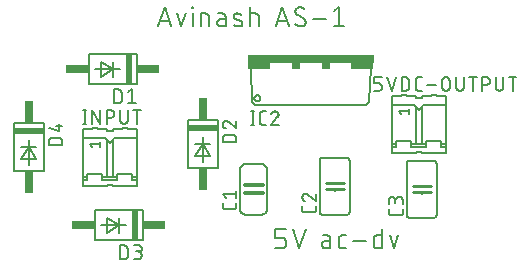
<source format=gbr>
G04 EAGLE Gerber RS-274X export*
G75*
%MOMM*%
%FSLAX34Y34*%
%LPD*%
%INSilkscreen Top*%
%IPPOS*%
%AMOC8*
5,1,8,0,0,1.08239X$1,22.5*%
G01*
%ADD10C,0.152400*%
%ADD11C,0.127000*%
%ADD12C,0.304800*%
%ADD13C,0.254000*%
%ADD14R,0.508000X2.540000*%
%ADD15R,1.905000X0.762000*%
%ADD16R,2.540000X0.508000*%
%ADD17R,0.762000X1.905000*%
%ADD18R,10.668000X0.762000*%
%ADD19R,1.905000X0.508000*%
%ADD20R,0.762000X0.508000*%


D10*
X145542Y198882D02*
X150961Y215138D01*
X156379Y198882D01*
X155025Y202946D02*
X146897Y202946D01*
X161416Y209719D02*
X165029Y198882D01*
X168641Y209719D01*
X174407Y209719D02*
X174407Y198882D01*
X173956Y214235D02*
X173956Y215138D01*
X174859Y215138D01*
X174859Y214235D01*
X173956Y214235D01*
X181216Y209719D02*
X181216Y198882D01*
X181216Y209719D02*
X185731Y209719D01*
X185835Y209717D01*
X185938Y209711D01*
X186042Y209701D01*
X186145Y209687D01*
X186247Y209669D01*
X186348Y209648D01*
X186449Y209622D01*
X186548Y209593D01*
X186647Y209560D01*
X186744Y209523D01*
X186839Y209482D01*
X186933Y209438D01*
X187025Y209390D01*
X187115Y209339D01*
X187204Y209284D01*
X187290Y209226D01*
X187373Y209164D01*
X187455Y209100D01*
X187533Y209032D01*
X187609Y208962D01*
X187683Y208889D01*
X187753Y208812D01*
X187821Y208734D01*
X187885Y208652D01*
X187947Y208569D01*
X188005Y208483D01*
X188060Y208394D01*
X188111Y208304D01*
X188159Y208212D01*
X188203Y208118D01*
X188244Y208023D01*
X188281Y207926D01*
X188314Y207827D01*
X188343Y207728D01*
X188369Y207627D01*
X188390Y207526D01*
X188408Y207424D01*
X188422Y207321D01*
X188432Y207217D01*
X188438Y207114D01*
X188440Y207010D01*
X188441Y207010D02*
X188441Y198882D01*
X198372Y205204D02*
X202436Y205204D01*
X198372Y205204D02*
X198260Y205202D01*
X198149Y205196D01*
X198038Y205186D01*
X197927Y205173D01*
X197817Y205155D01*
X197708Y205133D01*
X197599Y205108D01*
X197491Y205079D01*
X197385Y205046D01*
X197279Y205009D01*
X197175Y204969D01*
X197073Y204925D01*
X196972Y204877D01*
X196873Y204826D01*
X196775Y204771D01*
X196680Y204713D01*
X196587Y204652D01*
X196496Y204587D01*
X196407Y204519D01*
X196321Y204448D01*
X196238Y204375D01*
X196157Y204298D01*
X196078Y204218D01*
X196003Y204136D01*
X195931Y204051D01*
X195861Y203964D01*
X195795Y203874D01*
X195732Y203782D01*
X195672Y203687D01*
X195616Y203591D01*
X195563Y203493D01*
X195514Y203393D01*
X195468Y203291D01*
X195426Y203188D01*
X195387Y203083D01*
X195352Y202977D01*
X195321Y202870D01*
X195294Y202762D01*
X195270Y202653D01*
X195251Y202543D01*
X195235Y202433D01*
X195223Y202322D01*
X195215Y202210D01*
X195211Y202099D01*
X195211Y201987D01*
X195215Y201876D01*
X195223Y201764D01*
X195235Y201653D01*
X195251Y201543D01*
X195270Y201433D01*
X195294Y201324D01*
X195321Y201216D01*
X195352Y201109D01*
X195387Y201003D01*
X195426Y200898D01*
X195468Y200795D01*
X195514Y200693D01*
X195563Y200593D01*
X195616Y200495D01*
X195672Y200399D01*
X195732Y200304D01*
X195795Y200212D01*
X195861Y200122D01*
X195931Y200035D01*
X196003Y199950D01*
X196078Y199868D01*
X196157Y199788D01*
X196238Y199711D01*
X196321Y199638D01*
X196407Y199567D01*
X196496Y199499D01*
X196587Y199434D01*
X196680Y199373D01*
X196775Y199315D01*
X196873Y199260D01*
X196972Y199209D01*
X197073Y199161D01*
X197175Y199117D01*
X197279Y199077D01*
X197385Y199040D01*
X197491Y199007D01*
X197599Y198978D01*
X197708Y198953D01*
X197817Y198931D01*
X197927Y198913D01*
X198038Y198900D01*
X198149Y198890D01*
X198260Y198884D01*
X198372Y198882D01*
X202436Y198882D01*
X202436Y207010D01*
X202435Y207010D02*
X202433Y207111D01*
X202427Y207212D01*
X202418Y207313D01*
X202405Y207414D01*
X202388Y207514D01*
X202367Y207613D01*
X202343Y207711D01*
X202315Y207808D01*
X202283Y207905D01*
X202248Y208000D01*
X202209Y208093D01*
X202167Y208185D01*
X202121Y208276D01*
X202072Y208365D01*
X202020Y208451D01*
X201964Y208536D01*
X201906Y208619D01*
X201844Y208699D01*
X201779Y208777D01*
X201712Y208853D01*
X201642Y208926D01*
X201569Y208996D01*
X201493Y209063D01*
X201415Y209128D01*
X201335Y209190D01*
X201252Y209248D01*
X201167Y209304D01*
X201081Y209356D01*
X200992Y209405D01*
X200901Y209451D01*
X200809Y209493D01*
X200716Y209532D01*
X200621Y209567D01*
X200524Y209599D01*
X200427Y209627D01*
X200329Y209651D01*
X200230Y209672D01*
X200130Y209689D01*
X200029Y209702D01*
X199928Y209711D01*
X199827Y209717D01*
X199726Y209719D01*
X196114Y209719D01*
X210707Y205204D02*
X215222Y203398D01*
X210706Y205204D02*
X210618Y205241D01*
X210532Y205282D01*
X210447Y205326D01*
X210364Y205374D01*
X210284Y205425D01*
X210205Y205479D01*
X210129Y205537D01*
X210055Y205597D01*
X209983Y205661D01*
X209915Y205727D01*
X209849Y205797D01*
X209786Y205868D01*
X209725Y205943D01*
X209668Y206019D01*
X209615Y206098D01*
X209564Y206179D01*
X209517Y206262D01*
X209473Y206347D01*
X209433Y206434D01*
X209396Y206522D01*
X209363Y206612D01*
X209333Y206703D01*
X209308Y206795D01*
X209286Y206888D01*
X209268Y206982D01*
X209253Y207076D01*
X209243Y207171D01*
X209237Y207267D01*
X209234Y207362D01*
X209235Y207458D01*
X209241Y207553D01*
X209250Y207649D01*
X209263Y207743D01*
X209279Y207837D01*
X209300Y207931D01*
X209325Y208023D01*
X209353Y208114D01*
X209385Y208204D01*
X209420Y208293D01*
X209459Y208380D01*
X209502Y208466D01*
X209548Y208550D01*
X209598Y208631D01*
X209650Y208711D01*
X209706Y208789D01*
X209766Y208864D01*
X209828Y208936D01*
X209893Y209006D01*
X209961Y209074D01*
X210031Y209138D01*
X210104Y209200D01*
X210180Y209258D01*
X210258Y209314D01*
X210338Y209366D01*
X210420Y209415D01*
X210504Y209460D01*
X210590Y209502D01*
X210677Y209541D01*
X210766Y209576D01*
X210857Y209607D01*
X210948Y209634D01*
X211041Y209658D01*
X211134Y209678D01*
X211228Y209694D01*
X211323Y209706D01*
X211418Y209715D01*
X211514Y209719D01*
X211609Y209720D01*
X211856Y209713D01*
X212102Y209701D01*
X212348Y209683D01*
X212594Y209658D01*
X212838Y209628D01*
X213082Y209592D01*
X213325Y209551D01*
X213567Y209503D01*
X213808Y209449D01*
X214047Y209390D01*
X214285Y209325D01*
X214521Y209254D01*
X214756Y209178D01*
X214989Y209096D01*
X215219Y209008D01*
X215447Y208915D01*
X215674Y208817D01*
X215223Y203397D02*
X215311Y203360D01*
X215397Y203319D01*
X215482Y203275D01*
X215565Y203227D01*
X215645Y203176D01*
X215724Y203122D01*
X215800Y203064D01*
X215874Y203004D01*
X215946Y202940D01*
X216014Y202874D01*
X216080Y202804D01*
X216143Y202733D01*
X216204Y202658D01*
X216261Y202582D01*
X216314Y202503D01*
X216365Y202422D01*
X216412Y202339D01*
X216456Y202254D01*
X216496Y202167D01*
X216533Y202079D01*
X216566Y201989D01*
X216596Y201898D01*
X216621Y201806D01*
X216643Y201713D01*
X216661Y201619D01*
X216676Y201525D01*
X216686Y201430D01*
X216692Y201334D01*
X216695Y201239D01*
X216694Y201143D01*
X216688Y201048D01*
X216679Y200952D01*
X216666Y200858D01*
X216650Y200764D01*
X216629Y200670D01*
X216604Y200578D01*
X216576Y200487D01*
X216544Y200397D01*
X216509Y200308D01*
X216470Y200221D01*
X216427Y200135D01*
X216381Y200051D01*
X216331Y199970D01*
X216279Y199890D01*
X216223Y199812D01*
X216163Y199737D01*
X216101Y199665D01*
X216036Y199595D01*
X215968Y199527D01*
X215898Y199463D01*
X215825Y199401D01*
X215749Y199343D01*
X215671Y199287D01*
X215591Y199235D01*
X215509Y199186D01*
X215425Y199141D01*
X215339Y199099D01*
X215252Y199060D01*
X215163Y199025D01*
X215072Y198994D01*
X214981Y198967D01*
X214888Y198943D01*
X214795Y198923D01*
X214701Y198907D01*
X214606Y198895D01*
X214511Y198886D01*
X214415Y198882D01*
X214320Y198881D01*
X214319Y198882D02*
X213957Y198891D01*
X213595Y198909D01*
X213234Y198936D01*
X212874Y198971D01*
X212514Y199014D01*
X212155Y199066D01*
X211798Y199127D01*
X211443Y199196D01*
X211089Y199273D01*
X210737Y199359D01*
X210387Y199453D01*
X210039Y199556D01*
X209694Y199666D01*
X209352Y199785D01*
X223420Y198882D02*
X223420Y215138D01*
X223420Y209719D02*
X227936Y209719D01*
X228040Y209717D01*
X228143Y209711D01*
X228247Y209701D01*
X228350Y209687D01*
X228452Y209669D01*
X228553Y209648D01*
X228654Y209622D01*
X228753Y209593D01*
X228852Y209560D01*
X228949Y209523D01*
X229044Y209482D01*
X229138Y209438D01*
X229230Y209390D01*
X229320Y209339D01*
X229409Y209284D01*
X229495Y209226D01*
X229578Y209164D01*
X229660Y209100D01*
X229738Y209032D01*
X229814Y208962D01*
X229888Y208889D01*
X229958Y208812D01*
X230026Y208734D01*
X230090Y208652D01*
X230152Y208569D01*
X230210Y208483D01*
X230265Y208394D01*
X230316Y208304D01*
X230364Y208212D01*
X230408Y208118D01*
X230449Y208023D01*
X230486Y207926D01*
X230519Y207827D01*
X230548Y207728D01*
X230574Y207627D01*
X230595Y207526D01*
X230613Y207424D01*
X230627Y207321D01*
X230637Y207217D01*
X230643Y207114D01*
X230645Y207010D01*
X230645Y198882D01*
X245061Y198882D02*
X250479Y215138D01*
X255898Y198882D01*
X254543Y202946D02*
X246415Y202946D01*
X266493Y198882D02*
X266611Y198884D01*
X266729Y198890D01*
X266847Y198899D01*
X266964Y198913D01*
X267081Y198930D01*
X267198Y198951D01*
X267313Y198976D01*
X267428Y199005D01*
X267542Y199038D01*
X267654Y199074D01*
X267765Y199114D01*
X267875Y199157D01*
X267984Y199204D01*
X268091Y199254D01*
X268196Y199309D01*
X268299Y199366D01*
X268400Y199427D01*
X268500Y199491D01*
X268597Y199558D01*
X268692Y199628D01*
X268784Y199702D01*
X268875Y199778D01*
X268962Y199858D01*
X269047Y199940D01*
X269129Y200025D01*
X269209Y200112D01*
X269285Y200203D01*
X269359Y200295D01*
X269429Y200390D01*
X269496Y200487D01*
X269560Y200587D01*
X269621Y200688D01*
X269678Y200791D01*
X269733Y200896D01*
X269783Y201003D01*
X269830Y201112D01*
X269873Y201222D01*
X269913Y201333D01*
X269949Y201445D01*
X269982Y201559D01*
X270011Y201674D01*
X270036Y201789D01*
X270057Y201906D01*
X270074Y202023D01*
X270088Y202140D01*
X270097Y202258D01*
X270103Y202376D01*
X270105Y202494D01*
X266493Y198882D02*
X266310Y198884D01*
X266128Y198891D01*
X265946Y198902D01*
X265764Y198917D01*
X265582Y198937D01*
X265401Y198960D01*
X265221Y198989D01*
X265041Y199021D01*
X264862Y199058D01*
X264685Y199099D01*
X264508Y199145D01*
X264332Y199194D01*
X264158Y199248D01*
X263984Y199306D01*
X263813Y199368D01*
X263643Y199434D01*
X263474Y199505D01*
X263307Y199579D01*
X263142Y199657D01*
X262979Y199739D01*
X262818Y199825D01*
X262659Y199915D01*
X262502Y200009D01*
X262348Y200106D01*
X262196Y200207D01*
X262046Y200312D01*
X261899Y200420D01*
X261755Y200531D01*
X261613Y200646D01*
X261474Y200765D01*
X261338Y200887D01*
X261205Y201012D01*
X261075Y201140D01*
X261526Y211526D02*
X261528Y211644D01*
X261534Y211762D01*
X261543Y211880D01*
X261557Y211997D01*
X261574Y212114D01*
X261595Y212231D01*
X261620Y212346D01*
X261649Y212461D01*
X261682Y212575D01*
X261718Y212687D01*
X261758Y212798D01*
X261801Y212908D01*
X261848Y213017D01*
X261898Y213124D01*
X261953Y213229D01*
X262010Y213332D01*
X262071Y213433D01*
X262135Y213533D01*
X262202Y213630D01*
X262272Y213725D01*
X262346Y213817D01*
X262422Y213908D01*
X262502Y213995D01*
X262584Y214080D01*
X262669Y214162D01*
X262756Y214242D01*
X262847Y214318D01*
X262939Y214392D01*
X263034Y214462D01*
X263131Y214529D01*
X263231Y214593D01*
X263332Y214654D01*
X263435Y214712D01*
X263540Y214766D01*
X263647Y214816D01*
X263756Y214863D01*
X263866Y214907D01*
X263977Y214946D01*
X264090Y214982D01*
X264203Y215015D01*
X264318Y215044D01*
X264433Y215069D01*
X264550Y215090D01*
X264667Y215107D01*
X264784Y215121D01*
X264902Y215130D01*
X265020Y215136D01*
X265138Y215138D01*
X265299Y215136D01*
X265461Y215130D01*
X265622Y215121D01*
X265783Y215107D01*
X265943Y215090D01*
X266103Y215069D01*
X266263Y215044D01*
X266422Y215015D01*
X266580Y214983D01*
X266737Y214947D01*
X266893Y214907D01*
X267049Y214863D01*
X267203Y214815D01*
X267356Y214764D01*
X267508Y214710D01*
X267659Y214651D01*
X267808Y214590D01*
X267955Y214524D01*
X268101Y214455D01*
X268246Y214383D01*
X268388Y214307D01*
X268529Y214228D01*
X268668Y214146D01*
X268804Y214060D01*
X268939Y213971D01*
X269072Y213879D01*
X269202Y213783D01*
X263331Y208365D02*
X263230Y208427D01*
X263130Y208492D01*
X263033Y208561D01*
X262938Y208633D01*
X262845Y208707D01*
X262755Y208785D01*
X262667Y208866D01*
X262582Y208949D01*
X262500Y209035D01*
X262421Y209124D01*
X262344Y209215D01*
X262271Y209309D01*
X262200Y209405D01*
X262133Y209503D01*
X262069Y209603D01*
X262008Y209706D01*
X261951Y209810D01*
X261897Y209916D01*
X261847Y210024D01*
X261800Y210133D01*
X261756Y210244D01*
X261716Y210356D01*
X261680Y210470D01*
X261648Y210584D01*
X261619Y210700D01*
X261594Y210816D01*
X261573Y210933D01*
X261556Y211051D01*
X261542Y211169D01*
X261533Y211288D01*
X261527Y211407D01*
X261525Y211526D01*
X268299Y205655D02*
X268400Y205593D01*
X268500Y205528D01*
X268597Y205459D01*
X268692Y205387D01*
X268785Y205313D01*
X268875Y205235D01*
X268963Y205154D01*
X269048Y205071D01*
X269130Y204985D01*
X269209Y204896D01*
X269286Y204805D01*
X269359Y204711D01*
X269430Y204615D01*
X269497Y204517D01*
X269561Y204417D01*
X269622Y204314D01*
X269679Y204210D01*
X269733Y204104D01*
X269783Y203996D01*
X269830Y203887D01*
X269874Y203776D01*
X269914Y203664D01*
X269950Y203550D01*
X269982Y203436D01*
X270011Y203320D01*
X270036Y203204D01*
X270057Y203087D01*
X270074Y202969D01*
X270088Y202851D01*
X270097Y202732D01*
X270103Y202613D01*
X270105Y202494D01*
X268299Y205655D02*
X263332Y208365D01*
X276323Y205204D02*
X287160Y205204D01*
X293900Y211526D02*
X298415Y215138D01*
X298415Y198882D01*
X293900Y198882D02*
X302931Y198882D01*
X250021Y10922D02*
X244602Y10922D01*
X250021Y10922D02*
X250139Y10924D01*
X250257Y10930D01*
X250375Y10939D01*
X250492Y10953D01*
X250609Y10970D01*
X250726Y10991D01*
X250841Y11016D01*
X250956Y11045D01*
X251070Y11078D01*
X251182Y11114D01*
X251293Y11154D01*
X251403Y11197D01*
X251512Y11244D01*
X251619Y11294D01*
X251724Y11349D01*
X251827Y11406D01*
X251928Y11467D01*
X252028Y11531D01*
X252125Y11598D01*
X252220Y11668D01*
X252312Y11742D01*
X252403Y11818D01*
X252490Y11898D01*
X252575Y11980D01*
X252657Y12065D01*
X252737Y12152D01*
X252813Y12243D01*
X252887Y12335D01*
X252957Y12430D01*
X253024Y12527D01*
X253088Y12627D01*
X253149Y12728D01*
X253206Y12831D01*
X253261Y12936D01*
X253311Y13043D01*
X253358Y13152D01*
X253401Y13262D01*
X253441Y13373D01*
X253477Y13485D01*
X253510Y13599D01*
X253539Y13714D01*
X253564Y13829D01*
X253585Y13946D01*
X253602Y14063D01*
X253616Y14180D01*
X253625Y14298D01*
X253631Y14416D01*
X253633Y14534D01*
X253633Y16341D01*
X253631Y16459D01*
X253625Y16577D01*
X253616Y16695D01*
X253602Y16812D01*
X253585Y16929D01*
X253564Y17046D01*
X253539Y17161D01*
X253510Y17276D01*
X253477Y17390D01*
X253441Y17502D01*
X253401Y17613D01*
X253358Y17723D01*
X253311Y17832D01*
X253261Y17939D01*
X253206Y18044D01*
X253149Y18147D01*
X253088Y18248D01*
X253024Y18348D01*
X252957Y18445D01*
X252887Y18540D01*
X252813Y18632D01*
X252737Y18723D01*
X252657Y18810D01*
X252575Y18895D01*
X252490Y18977D01*
X252403Y19057D01*
X252312Y19133D01*
X252220Y19207D01*
X252125Y19277D01*
X252028Y19344D01*
X251928Y19408D01*
X251827Y19469D01*
X251724Y19526D01*
X251619Y19581D01*
X251512Y19631D01*
X251403Y19678D01*
X251293Y19721D01*
X251182Y19761D01*
X251070Y19797D01*
X250956Y19830D01*
X250841Y19859D01*
X250726Y19884D01*
X250609Y19905D01*
X250492Y19922D01*
X250375Y19936D01*
X250257Y19945D01*
X250139Y19951D01*
X250021Y19953D01*
X244602Y19953D01*
X244602Y27178D01*
X253633Y27178D01*
X259330Y27178D02*
X264749Y10922D01*
X270167Y27178D01*
X287150Y17244D02*
X291214Y17244D01*
X287150Y17244D02*
X287038Y17242D01*
X286927Y17236D01*
X286816Y17226D01*
X286705Y17213D01*
X286595Y17195D01*
X286486Y17173D01*
X286377Y17148D01*
X286269Y17119D01*
X286163Y17086D01*
X286057Y17049D01*
X285953Y17009D01*
X285851Y16965D01*
X285750Y16917D01*
X285651Y16866D01*
X285553Y16811D01*
X285458Y16753D01*
X285365Y16692D01*
X285274Y16627D01*
X285185Y16559D01*
X285099Y16488D01*
X285016Y16415D01*
X284935Y16338D01*
X284856Y16258D01*
X284781Y16176D01*
X284709Y16091D01*
X284639Y16004D01*
X284573Y15914D01*
X284510Y15822D01*
X284450Y15727D01*
X284394Y15631D01*
X284341Y15533D01*
X284292Y15433D01*
X284246Y15331D01*
X284204Y15228D01*
X284165Y15123D01*
X284130Y15017D01*
X284099Y14910D01*
X284072Y14802D01*
X284048Y14693D01*
X284029Y14583D01*
X284013Y14473D01*
X284001Y14362D01*
X283993Y14250D01*
X283989Y14139D01*
X283989Y14027D01*
X283993Y13916D01*
X284001Y13804D01*
X284013Y13693D01*
X284029Y13583D01*
X284048Y13473D01*
X284072Y13364D01*
X284099Y13256D01*
X284130Y13149D01*
X284165Y13043D01*
X284204Y12938D01*
X284246Y12835D01*
X284292Y12733D01*
X284341Y12633D01*
X284394Y12535D01*
X284450Y12439D01*
X284510Y12344D01*
X284573Y12252D01*
X284639Y12162D01*
X284709Y12075D01*
X284781Y11990D01*
X284856Y11908D01*
X284935Y11828D01*
X285016Y11751D01*
X285099Y11678D01*
X285185Y11607D01*
X285274Y11539D01*
X285365Y11474D01*
X285458Y11413D01*
X285553Y11355D01*
X285651Y11300D01*
X285750Y11249D01*
X285851Y11201D01*
X285953Y11157D01*
X286057Y11117D01*
X286163Y11080D01*
X286269Y11047D01*
X286377Y11018D01*
X286486Y10993D01*
X286595Y10971D01*
X286705Y10953D01*
X286816Y10940D01*
X286927Y10930D01*
X287038Y10924D01*
X287150Y10922D01*
X291214Y10922D01*
X291214Y19050D01*
X291213Y19050D02*
X291211Y19151D01*
X291205Y19252D01*
X291196Y19353D01*
X291183Y19454D01*
X291166Y19554D01*
X291145Y19653D01*
X291121Y19751D01*
X291093Y19848D01*
X291061Y19945D01*
X291026Y20040D01*
X290987Y20133D01*
X290945Y20225D01*
X290899Y20316D01*
X290850Y20405D01*
X290798Y20491D01*
X290742Y20576D01*
X290684Y20659D01*
X290622Y20739D01*
X290557Y20817D01*
X290490Y20893D01*
X290420Y20966D01*
X290347Y21036D01*
X290271Y21103D01*
X290193Y21168D01*
X290113Y21230D01*
X290030Y21288D01*
X289945Y21344D01*
X289859Y21396D01*
X289770Y21445D01*
X289679Y21491D01*
X289587Y21533D01*
X289494Y21572D01*
X289399Y21607D01*
X289302Y21639D01*
X289205Y21667D01*
X289107Y21691D01*
X289008Y21712D01*
X288908Y21729D01*
X288807Y21742D01*
X288706Y21751D01*
X288605Y21757D01*
X288504Y21759D01*
X284892Y21759D01*
X300857Y10922D02*
X304470Y10922D01*
X300857Y10922D02*
X300756Y10924D01*
X300655Y10930D01*
X300554Y10939D01*
X300453Y10952D01*
X300353Y10969D01*
X300254Y10990D01*
X300156Y11014D01*
X300059Y11042D01*
X299962Y11074D01*
X299867Y11109D01*
X299774Y11148D01*
X299682Y11190D01*
X299591Y11236D01*
X299503Y11285D01*
X299416Y11337D01*
X299331Y11393D01*
X299248Y11451D01*
X299168Y11513D01*
X299090Y11578D01*
X299014Y11645D01*
X298941Y11715D01*
X298871Y11788D01*
X298804Y11864D01*
X298739Y11942D01*
X298677Y12022D01*
X298619Y12105D01*
X298563Y12190D01*
X298511Y12276D01*
X298462Y12365D01*
X298416Y12456D01*
X298374Y12548D01*
X298335Y12641D01*
X298300Y12736D01*
X298268Y12833D01*
X298240Y12930D01*
X298216Y13028D01*
X298195Y13127D01*
X298178Y13227D01*
X298165Y13328D01*
X298156Y13429D01*
X298150Y13530D01*
X298148Y13631D01*
X298148Y19050D01*
X298150Y19151D01*
X298156Y19252D01*
X298165Y19353D01*
X298178Y19454D01*
X298195Y19554D01*
X298216Y19653D01*
X298240Y19751D01*
X298268Y19848D01*
X298300Y19945D01*
X298335Y20040D01*
X298374Y20133D01*
X298416Y20225D01*
X298462Y20316D01*
X298511Y20404D01*
X298563Y20491D01*
X298619Y20576D01*
X298677Y20659D01*
X298739Y20739D01*
X298804Y20817D01*
X298871Y20893D01*
X298941Y20966D01*
X299014Y21036D01*
X299090Y21103D01*
X299168Y21168D01*
X299248Y21230D01*
X299331Y21288D01*
X299416Y21344D01*
X299503Y21396D01*
X299591Y21445D01*
X299682Y21491D01*
X299774Y21533D01*
X299867Y21572D01*
X299962Y21607D01*
X300059Y21639D01*
X300156Y21667D01*
X300254Y21691D01*
X300353Y21712D01*
X300453Y21729D01*
X300554Y21742D01*
X300655Y21751D01*
X300756Y21757D01*
X300857Y21759D01*
X304470Y21759D01*
X310392Y17244D02*
X321229Y17244D01*
X334981Y10922D02*
X334981Y27178D01*
X334981Y10922D02*
X330466Y10922D01*
X330365Y10924D01*
X330264Y10930D01*
X330163Y10939D01*
X330062Y10952D01*
X329962Y10969D01*
X329863Y10990D01*
X329765Y11014D01*
X329668Y11042D01*
X329571Y11074D01*
X329476Y11109D01*
X329383Y11148D01*
X329291Y11190D01*
X329200Y11236D01*
X329112Y11285D01*
X329025Y11337D01*
X328940Y11393D01*
X328857Y11451D01*
X328777Y11513D01*
X328699Y11578D01*
X328623Y11645D01*
X328550Y11715D01*
X328480Y11788D01*
X328413Y11864D01*
X328348Y11942D01*
X328286Y12022D01*
X328228Y12105D01*
X328172Y12190D01*
X328120Y12276D01*
X328071Y12365D01*
X328025Y12456D01*
X327983Y12548D01*
X327944Y12641D01*
X327909Y12736D01*
X327877Y12833D01*
X327849Y12930D01*
X327825Y13028D01*
X327804Y13127D01*
X327787Y13227D01*
X327774Y13328D01*
X327765Y13429D01*
X327759Y13530D01*
X327757Y13631D01*
X327756Y13631D02*
X327756Y19050D01*
X327757Y19050D02*
X327759Y19151D01*
X327765Y19252D01*
X327774Y19353D01*
X327787Y19454D01*
X327804Y19554D01*
X327825Y19653D01*
X327849Y19751D01*
X327877Y19848D01*
X327909Y19945D01*
X327944Y20040D01*
X327983Y20133D01*
X328025Y20225D01*
X328071Y20316D01*
X328120Y20404D01*
X328172Y20491D01*
X328228Y20576D01*
X328286Y20659D01*
X328348Y20739D01*
X328413Y20817D01*
X328480Y20893D01*
X328550Y20966D01*
X328623Y21036D01*
X328699Y21103D01*
X328777Y21168D01*
X328857Y21230D01*
X328940Y21288D01*
X329025Y21344D01*
X329112Y21396D01*
X329200Y21445D01*
X329291Y21491D01*
X329383Y21533D01*
X329476Y21572D01*
X329571Y21607D01*
X329668Y21639D01*
X329765Y21667D01*
X329863Y21691D01*
X329962Y21712D01*
X330062Y21729D01*
X330163Y21742D01*
X330264Y21751D01*
X330365Y21757D01*
X330466Y21759D01*
X334981Y21759D01*
X341377Y21759D02*
X344989Y10922D01*
X348601Y21759D01*
X342900Y132080D02*
X342900Y139700D01*
X342900Y132080D02*
X361950Y132080D01*
X363220Y130810D01*
X365760Y128270D01*
X368300Y130810D01*
X369570Y132080D01*
X363220Y92710D02*
X363220Y91440D01*
X342900Y91440D01*
X363220Y92710D02*
X368300Y92710D01*
X368300Y91440D01*
X388620Y91440D01*
X388620Y132080D02*
X369570Y132080D01*
X388620Y132080D02*
X388620Y139700D01*
X342900Y132080D02*
X342900Y99060D01*
X342900Y96520D02*
X342900Y91440D01*
X342900Y96520D02*
X346710Y96520D01*
X388620Y96520D02*
X388620Y91440D01*
X388620Y96520D02*
X384810Y96520D01*
X388620Y99060D02*
X388620Y132080D01*
X384810Y99060D02*
X384810Y96520D01*
X384810Y101600D02*
X372110Y101600D01*
X359410Y99060D02*
X359410Y96520D01*
X346710Y96520D02*
X346710Y99060D01*
X346710Y101600D02*
X359410Y101600D01*
X359410Y96520D02*
X372110Y96520D01*
X359410Y99060D02*
X359410Y101600D01*
X372110Y99060D02*
X372110Y96520D01*
X372110Y99060D02*
X372110Y101600D01*
X372110Y99060D02*
X368300Y99060D01*
X368300Y130810D01*
X363220Y99060D02*
X359410Y99060D01*
X363220Y99060D02*
X368300Y99060D01*
X363220Y99060D02*
X363220Y130810D01*
X384810Y99060D02*
X388620Y99060D01*
X384810Y99060D02*
X384810Y101600D01*
X388620Y99060D02*
X388620Y96520D01*
X346710Y99060D02*
X342900Y99060D01*
X346710Y99060D02*
X346710Y101600D01*
X342900Y99060D02*
X342900Y96520D01*
X342900Y139700D02*
X350520Y139700D01*
X350520Y140970D01*
X355600Y140970D02*
X355600Y139700D01*
X355600Y140970D02*
X350520Y140970D01*
X375920Y140970D02*
X375920Y139700D01*
X381000Y139700D02*
X388620Y139700D01*
X381000Y139700D02*
X381000Y140970D01*
X375920Y140970D01*
X368300Y139700D02*
X368300Y138430D01*
X368300Y139700D02*
X375920Y139700D01*
X368300Y138430D02*
X363220Y138430D01*
X363220Y139700D01*
X355600Y139700D01*
D11*
X348869Y126732D02*
X350788Y124333D01*
X348869Y126732D02*
X357505Y126732D01*
X357505Y124333D02*
X357505Y129131D01*
X332105Y144399D02*
X328295Y144399D01*
X332105Y144399D02*
X332205Y144401D01*
X332304Y144407D01*
X332404Y144417D01*
X332502Y144430D01*
X332601Y144448D01*
X332698Y144469D01*
X332794Y144494D01*
X332890Y144523D01*
X332984Y144556D01*
X333077Y144592D01*
X333168Y144632D01*
X333258Y144676D01*
X333346Y144723D01*
X333432Y144773D01*
X333516Y144827D01*
X333598Y144884D01*
X333677Y144944D01*
X333755Y145008D01*
X333829Y145074D01*
X333901Y145143D01*
X333970Y145215D01*
X334036Y145289D01*
X334100Y145367D01*
X334160Y145446D01*
X334217Y145528D01*
X334271Y145612D01*
X334321Y145698D01*
X334368Y145786D01*
X334412Y145876D01*
X334452Y145967D01*
X334488Y146060D01*
X334521Y146154D01*
X334550Y146250D01*
X334575Y146346D01*
X334596Y146443D01*
X334614Y146542D01*
X334627Y146640D01*
X334637Y146740D01*
X334643Y146839D01*
X334645Y146939D01*
X334645Y148209D01*
X334643Y148309D01*
X334637Y148408D01*
X334627Y148508D01*
X334614Y148606D01*
X334596Y148705D01*
X334575Y148802D01*
X334550Y148898D01*
X334521Y148994D01*
X334488Y149088D01*
X334452Y149181D01*
X334412Y149272D01*
X334368Y149362D01*
X334321Y149450D01*
X334271Y149536D01*
X334217Y149620D01*
X334160Y149702D01*
X334100Y149781D01*
X334036Y149859D01*
X333970Y149933D01*
X333901Y150005D01*
X333829Y150074D01*
X333755Y150140D01*
X333677Y150204D01*
X333598Y150264D01*
X333516Y150321D01*
X333432Y150375D01*
X333346Y150425D01*
X333258Y150472D01*
X333168Y150516D01*
X333077Y150556D01*
X332984Y150592D01*
X332890Y150625D01*
X332794Y150654D01*
X332698Y150679D01*
X332601Y150700D01*
X332502Y150718D01*
X332404Y150731D01*
X332304Y150741D01*
X332205Y150747D01*
X332105Y150749D01*
X328295Y150749D01*
X328295Y155829D01*
X334645Y155829D01*
X339090Y155829D02*
X342900Y144399D01*
X346710Y155829D01*
X351536Y155829D02*
X351536Y144399D01*
X351536Y155829D02*
X354711Y155829D01*
X354822Y155827D01*
X354932Y155821D01*
X355043Y155812D01*
X355153Y155798D01*
X355262Y155781D01*
X355371Y155760D01*
X355479Y155735D01*
X355586Y155706D01*
X355692Y155674D01*
X355797Y155638D01*
X355900Y155598D01*
X356002Y155555D01*
X356103Y155508D01*
X356202Y155457D01*
X356299Y155404D01*
X356393Y155347D01*
X356486Y155286D01*
X356577Y155223D01*
X356666Y155156D01*
X356752Y155086D01*
X356835Y155013D01*
X356917Y154938D01*
X356995Y154860D01*
X357070Y154778D01*
X357143Y154695D01*
X357213Y154609D01*
X357280Y154520D01*
X357343Y154429D01*
X357404Y154336D01*
X357461Y154242D01*
X357514Y154145D01*
X357565Y154046D01*
X357612Y153945D01*
X357655Y153843D01*
X357695Y153740D01*
X357731Y153635D01*
X357763Y153529D01*
X357792Y153422D01*
X357817Y153314D01*
X357838Y153205D01*
X357855Y153096D01*
X357869Y152986D01*
X357878Y152875D01*
X357884Y152765D01*
X357886Y152654D01*
X357886Y147574D01*
X357884Y147463D01*
X357878Y147353D01*
X357869Y147242D01*
X357855Y147132D01*
X357838Y147023D01*
X357817Y146914D01*
X357792Y146806D01*
X357763Y146699D01*
X357731Y146593D01*
X357695Y146488D01*
X357655Y146385D01*
X357612Y146283D01*
X357565Y146182D01*
X357514Y146083D01*
X357461Y145986D01*
X357404Y145892D01*
X357343Y145799D01*
X357280Y145708D01*
X357213Y145619D01*
X357143Y145533D01*
X357070Y145450D01*
X356995Y145368D01*
X356917Y145290D01*
X356835Y145215D01*
X356752Y145142D01*
X356666Y145072D01*
X356577Y145005D01*
X356486Y144942D01*
X356393Y144881D01*
X356299Y144824D01*
X356202Y144771D01*
X356103Y144720D01*
X356002Y144673D01*
X355900Y144630D01*
X355797Y144590D01*
X355692Y144554D01*
X355586Y144522D01*
X355479Y144493D01*
X355371Y144468D01*
X355262Y144447D01*
X355153Y144430D01*
X355043Y144416D01*
X354932Y144407D01*
X354822Y144401D01*
X354711Y144399D01*
X351536Y144399D01*
X365850Y144399D02*
X368390Y144399D01*
X365850Y144399D02*
X365750Y144401D01*
X365651Y144407D01*
X365551Y144417D01*
X365453Y144430D01*
X365354Y144448D01*
X365257Y144469D01*
X365161Y144494D01*
X365065Y144523D01*
X364971Y144556D01*
X364878Y144592D01*
X364787Y144632D01*
X364697Y144676D01*
X364609Y144723D01*
X364523Y144773D01*
X364439Y144827D01*
X364357Y144884D01*
X364278Y144944D01*
X364200Y145008D01*
X364126Y145074D01*
X364054Y145143D01*
X363985Y145215D01*
X363919Y145289D01*
X363855Y145367D01*
X363795Y145446D01*
X363738Y145528D01*
X363684Y145612D01*
X363634Y145698D01*
X363587Y145786D01*
X363543Y145876D01*
X363503Y145967D01*
X363467Y146060D01*
X363434Y146154D01*
X363405Y146250D01*
X363380Y146346D01*
X363359Y146443D01*
X363341Y146542D01*
X363328Y146640D01*
X363318Y146740D01*
X363312Y146839D01*
X363310Y146939D01*
X363310Y153289D01*
X363312Y153389D01*
X363318Y153488D01*
X363328Y153588D01*
X363341Y153686D01*
X363359Y153785D01*
X363380Y153882D01*
X363405Y153978D01*
X363434Y154074D01*
X363467Y154168D01*
X363503Y154261D01*
X363543Y154352D01*
X363587Y154442D01*
X363634Y154530D01*
X363684Y154616D01*
X363738Y154700D01*
X363795Y154782D01*
X363855Y154861D01*
X363919Y154939D01*
X363985Y155013D01*
X364054Y155085D01*
X364126Y155154D01*
X364200Y155220D01*
X364278Y155284D01*
X364357Y155344D01*
X364439Y155401D01*
X364523Y155455D01*
X364609Y155505D01*
X364697Y155552D01*
X364787Y155596D01*
X364878Y155636D01*
X364971Y155672D01*
X365065Y155705D01*
X365161Y155734D01*
X365257Y155759D01*
X365354Y155780D01*
X365453Y155798D01*
X365551Y155811D01*
X365651Y155821D01*
X365750Y155827D01*
X365850Y155829D01*
X368390Y155829D01*
X372999Y148844D02*
X380619Y148844D01*
X385826Y147574D02*
X385826Y152654D01*
X385828Y152765D01*
X385834Y152875D01*
X385843Y152986D01*
X385857Y153096D01*
X385874Y153205D01*
X385895Y153314D01*
X385920Y153422D01*
X385949Y153529D01*
X385981Y153635D01*
X386017Y153740D01*
X386057Y153843D01*
X386100Y153945D01*
X386147Y154046D01*
X386198Y154145D01*
X386251Y154242D01*
X386308Y154336D01*
X386369Y154429D01*
X386432Y154520D01*
X386499Y154609D01*
X386569Y154695D01*
X386642Y154778D01*
X386717Y154860D01*
X386795Y154938D01*
X386877Y155013D01*
X386960Y155086D01*
X387046Y155156D01*
X387135Y155223D01*
X387226Y155286D01*
X387319Y155347D01*
X387414Y155404D01*
X387510Y155457D01*
X387609Y155508D01*
X387710Y155555D01*
X387812Y155598D01*
X387915Y155638D01*
X388020Y155674D01*
X388126Y155706D01*
X388233Y155735D01*
X388341Y155760D01*
X388450Y155781D01*
X388559Y155798D01*
X388669Y155812D01*
X388780Y155821D01*
X388890Y155827D01*
X389001Y155829D01*
X389112Y155827D01*
X389222Y155821D01*
X389333Y155812D01*
X389443Y155798D01*
X389552Y155781D01*
X389661Y155760D01*
X389769Y155735D01*
X389876Y155706D01*
X389982Y155674D01*
X390087Y155638D01*
X390190Y155598D01*
X390292Y155555D01*
X390393Y155508D01*
X390492Y155457D01*
X390589Y155404D01*
X390683Y155347D01*
X390776Y155286D01*
X390867Y155223D01*
X390956Y155156D01*
X391042Y155086D01*
X391125Y155013D01*
X391207Y154938D01*
X391285Y154860D01*
X391360Y154778D01*
X391433Y154695D01*
X391503Y154609D01*
X391570Y154520D01*
X391633Y154429D01*
X391694Y154336D01*
X391751Y154242D01*
X391804Y154145D01*
X391855Y154046D01*
X391902Y153945D01*
X391945Y153843D01*
X391985Y153740D01*
X392021Y153635D01*
X392053Y153529D01*
X392082Y153422D01*
X392107Y153314D01*
X392128Y153205D01*
X392145Y153096D01*
X392159Y152986D01*
X392168Y152875D01*
X392174Y152765D01*
X392176Y152654D01*
X392176Y147574D01*
X392174Y147463D01*
X392168Y147353D01*
X392159Y147242D01*
X392145Y147132D01*
X392128Y147023D01*
X392107Y146914D01*
X392082Y146806D01*
X392053Y146699D01*
X392021Y146593D01*
X391985Y146488D01*
X391945Y146385D01*
X391902Y146283D01*
X391855Y146182D01*
X391804Y146083D01*
X391751Y145986D01*
X391694Y145892D01*
X391633Y145799D01*
X391570Y145708D01*
X391503Y145619D01*
X391433Y145533D01*
X391360Y145450D01*
X391285Y145368D01*
X391207Y145290D01*
X391125Y145215D01*
X391042Y145142D01*
X390956Y145072D01*
X390867Y145005D01*
X390776Y144942D01*
X390683Y144881D01*
X390588Y144824D01*
X390492Y144771D01*
X390393Y144720D01*
X390292Y144673D01*
X390190Y144630D01*
X390087Y144590D01*
X389982Y144554D01*
X389876Y144522D01*
X389769Y144493D01*
X389661Y144468D01*
X389552Y144447D01*
X389443Y144430D01*
X389333Y144416D01*
X389222Y144407D01*
X389112Y144401D01*
X389001Y144399D01*
X388890Y144401D01*
X388780Y144407D01*
X388669Y144416D01*
X388559Y144430D01*
X388450Y144447D01*
X388341Y144468D01*
X388233Y144493D01*
X388126Y144522D01*
X388020Y144554D01*
X387915Y144590D01*
X387812Y144630D01*
X387710Y144673D01*
X387609Y144720D01*
X387510Y144771D01*
X387414Y144824D01*
X387319Y144881D01*
X387226Y144942D01*
X387135Y145005D01*
X387046Y145072D01*
X386960Y145142D01*
X386877Y145215D01*
X386795Y145290D01*
X386717Y145368D01*
X386642Y145450D01*
X386569Y145533D01*
X386499Y145619D01*
X386432Y145708D01*
X386369Y145799D01*
X386308Y145892D01*
X386251Y145987D01*
X386198Y146083D01*
X386147Y146182D01*
X386100Y146283D01*
X386057Y146385D01*
X386017Y146488D01*
X385981Y146593D01*
X385949Y146699D01*
X385920Y146806D01*
X385895Y146914D01*
X385874Y147023D01*
X385857Y147132D01*
X385843Y147242D01*
X385834Y147353D01*
X385828Y147463D01*
X385826Y147574D01*
X397637Y147574D02*
X397637Y155829D01*
X397637Y147574D02*
X397639Y147463D01*
X397645Y147353D01*
X397654Y147242D01*
X397668Y147132D01*
X397685Y147023D01*
X397706Y146914D01*
X397731Y146806D01*
X397760Y146699D01*
X397792Y146593D01*
X397828Y146488D01*
X397868Y146385D01*
X397911Y146283D01*
X397958Y146182D01*
X398009Y146083D01*
X398062Y145987D01*
X398119Y145892D01*
X398180Y145799D01*
X398243Y145708D01*
X398310Y145619D01*
X398380Y145533D01*
X398453Y145450D01*
X398528Y145368D01*
X398606Y145290D01*
X398688Y145215D01*
X398771Y145142D01*
X398857Y145072D01*
X398946Y145005D01*
X399037Y144942D01*
X399130Y144881D01*
X399225Y144824D01*
X399321Y144771D01*
X399420Y144720D01*
X399521Y144673D01*
X399623Y144630D01*
X399726Y144590D01*
X399831Y144554D01*
X399937Y144522D01*
X400044Y144493D01*
X400152Y144468D01*
X400261Y144447D01*
X400370Y144430D01*
X400480Y144416D01*
X400591Y144407D01*
X400701Y144401D01*
X400812Y144399D01*
X400923Y144401D01*
X401033Y144407D01*
X401144Y144416D01*
X401254Y144430D01*
X401363Y144447D01*
X401472Y144468D01*
X401580Y144493D01*
X401687Y144522D01*
X401793Y144554D01*
X401898Y144590D01*
X402001Y144630D01*
X402103Y144673D01*
X402204Y144720D01*
X402303Y144771D01*
X402399Y144824D01*
X402494Y144881D01*
X402587Y144942D01*
X402678Y145005D01*
X402767Y145072D01*
X402853Y145142D01*
X402936Y145215D01*
X403018Y145290D01*
X403096Y145368D01*
X403171Y145450D01*
X403244Y145533D01*
X403314Y145619D01*
X403381Y145708D01*
X403444Y145799D01*
X403505Y145892D01*
X403562Y145986D01*
X403615Y146083D01*
X403666Y146182D01*
X403713Y146283D01*
X403756Y146385D01*
X403796Y146488D01*
X403832Y146593D01*
X403864Y146699D01*
X403893Y146806D01*
X403918Y146914D01*
X403939Y147023D01*
X403956Y147132D01*
X403970Y147242D01*
X403979Y147353D01*
X403985Y147463D01*
X403987Y147574D01*
X403987Y155829D01*
X411861Y155829D02*
X411861Y144399D01*
X408686Y155829D02*
X415036Y155829D01*
X419925Y155829D02*
X419925Y144399D01*
X419925Y155829D02*
X423100Y155829D01*
X423211Y155827D01*
X423321Y155821D01*
X423432Y155812D01*
X423542Y155798D01*
X423651Y155781D01*
X423760Y155760D01*
X423868Y155735D01*
X423975Y155706D01*
X424081Y155674D01*
X424186Y155638D01*
X424289Y155598D01*
X424391Y155555D01*
X424492Y155508D01*
X424591Y155457D01*
X424688Y155404D01*
X424782Y155347D01*
X424875Y155286D01*
X424966Y155223D01*
X425055Y155156D01*
X425141Y155086D01*
X425224Y155013D01*
X425306Y154938D01*
X425384Y154860D01*
X425459Y154778D01*
X425532Y154695D01*
X425602Y154609D01*
X425669Y154520D01*
X425732Y154429D01*
X425793Y154336D01*
X425850Y154241D01*
X425903Y154145D01*
X425954Y154046D01*
X426001Y153945D01*
X426044Y153843D01*
X426084Y153740D01*
X426120Y153635D01*
X426152Y153529D01*
X426181Y153422D01*
X426206Y153314D01*
X426227Y153205D01*
X426244Y153096D01*
X426258Y152986D01*
X426267Y152875D01*
X426273Y152765D01*
X426275Y152654D01*
X426273Y152543D01*
X426267Y152433D01*
X426258Y152322D01*
X426244Y152212D01*
X426227Y152103D01*
X426206Y151994D01*
X426181Y151886D01*
X426152Y151779D01*
X426120Y151673D01*
X426084Y151568D01*
X426044Y151465D01*
X426001Y151363D01*
X425954Y151262D01*
X425903Y151163D01*
X425850Y151066D01*
X425793Y150972D01*
X425732Y150879D01*
X425669Y150788D01*
X425602Y150699D01*
X425532Y150613D01*
X425459Y150530D01*
X425384Y150448D01*
X425306Y150370D01*
X425224Y150295D01*
X425141Y150222D01*
X425055Y150152D01*
X424966Y150085D01*
X424875Y150022D01*
X424782Y149961D01*
X424688Y149904D01*
X424591Y149851D01*
X424492Y149800D01*
X424391Y149753D01*
X424289Y149710D01*
X424186Y149670D01*
X424081Y149634D01*
X423975Y149602D01*
X423868Y149573D01*
X423760Y149548D01*
X423651Y149527D01*
X423542Y149510D01*
X423432Y149496D01*
X423321Y149487D01*
X423211Y149481D01*
X423100Y149479D01*
X419925Y149479D01*
X431165Y147574D02*
X431165Y155829D01*
X431165Y147574D02*
X431167Y147463D01*
X431173Y147353D01*
X431182Y147242D01*
X431196Y147132D01*
X431213Y147023D01*
X431234Y146914D01*
X431259Y146806D01*
X431288Y146699D01*
X431320Y146593D01*
X431356Y146488D01*
X431396Y146385D01*
X431439Y146283D01*
X431486Y146182D01*
X431537Y146083D01*
X431590Y145987D01*
X431647Y145892D01*
X431708Y145799D01*
X431771Y145708D01*
X431838Y145619D01*
X431908Y145533D01*
X431981Y145450D01*
X432056Y145368D01*
X432134Y145290D01*
X432216Y145215D01*
X432299Y145142D01*
X432385Y145072D01*
X432474Y145005D01*
X432565Y144942D01*
X432658Y144881D01*
X432753Y144824D01*
X432849Y144771D01*
X432948Y144720D01*
X433049Y144673D01*
X433151Y144630D01*
X433254Y144590D01*
X433359Y144554D01*
X433465Y144522D01*
X433572Y144493D01*
X433680Y144468D01*
X433789Y144447D01*
X433898Y144430D01*
X434008Y144416D01*
X434119Y144407D01*
X434229Y144401D01*
X434340Y144399D01*
X434451Y144401D01*
X434561Y144407D01*
X434672Y144416D01*
X434782Y144430D01*
X434891Y144447D01*
X435000Y144468D01*
X435108Y144493D01*
X435215Y144522D01*
X435321Y144554D01*
X435426Y144590D01*
X435529Y144630D01*
X435631Y144673D01*
X435732Y144720D01*
X435831Y144771D01*
X435927Y144824D01*
X436022Y144881D01*
X436115Y144942D01*
X436206Y145005D01*
X436295Y145072D01*
X436381Y145142D01*
X436464Y145215D01*
X436546Y145290D01*
X436624Y145368D01*
X436699Y145450D01*
X436772Y145533D01*
X436842Y145619D01*
X436909Y145708D01*
X436972Y145799D01*
X437033Y145892D01*
X437090Y145986D01*
X437143Y146083D01*
X437194Y146182D01*
X437241Y146283D01*
X437284Y146385D01*
X437324Y146488D01*
X437360Y146593D01*
X437392Y146699D01*
X437421Y146806D01*
X437446Y146914D01*
X437467Y147023D01*
X437484Y147132D01*
X437498Y147242D01*
X437507Y147353D01*
X437513Y147463D01*
X437515Y147574D01*
X437515Y155829D01*
X445389Y155829D02*
X445389Y144399D01*
X442214Y155829D02*
X448564Y155829D01*
D10*
X232410Y39370D02*
X219710Y39370D01*
X219570Y39372D01*
X219430Y39378D01*
X219290Y39387D01*
X219151Y39401D01*
X219012Y39418D01*
X218874Y39439D01*
X218736Y39464D01*
X218599Y39493D01*
X218463Y39525D01*
X218328Y39562D01*
X218194Y39602D01*
X218061Y39645D01*
X217929Y39693D01*
X217798Y39743D01*
X217669Y39798D01*
X217542Y39856D01*
X217416Y39917D01*
X217292Y39982D01*
X217170Y40051D01*
X217050Y40122D01*
X216932Y40197D01*
X216815Y40275D01*
X216701Y40357D01*
X216590Y40441D01*
X216481Y40529D01*
X216374Y40619D01*
X216269Y40713D01*
X216168Y40809D01*
X216069Y40908D01*
X215973Y41009D01*
X215879Y41114D01*
X215789Y41221D01*
X215701Y41330D01*
X215617Y41441D01*
X215535Y41555D01*
X215457Y41672D01*
X215382Y41790D01*
X215311Y41910D01*
X215242Y42032D01*
X215177Y42156D01*
X215116Y42282D01*
X215058Y42409D01*
X215003Y42538D01*
X214953Y42669D01*
X214905Y42801D01*
X214862Y42934D01*
X214822Y43068D01*
X214785Y43203D01*
X214753Y43339D01*
X214724Y43476D01*
X214699Y43614D01*
X214678Y43752D01*
X214661Y43891D01*
X214647Y44030D01*
X214638Y44170D01*
X214632Y44310D01*
X214630Y44450D01*
X232410Y39370D02*
X232550Y39372D01*
X232690Y39378D01*
X232830Y39387D01*
X232969Y39401D01*
X233108Y39418D01*
X233246Y39439D01*
X233384Y39464D01*
X233521Y39493D01*
X233657Y39525D01*
X233792Y39562D01*
X233926Y39602D01*
X234059Y39645D01*
X234191Y39693D01*
X234322Y39743D01*
X234451Y39798D01*
X234578Y39856D01*
X234704Y39917D01*
X234828Y39982D01*
X234950Y40051D01*
X235070Y40122D01*
X235188Y40197D01*
X235305Y40275D01*
X235419Y40357D01*
X235530Y40441D01*
X235639Y40529D01*
X235746Y40619D01*
X235851Y40713D01*
X235952Y40809D01*
X236051Y40908D01*
X236147Y41009D01*
X236241Y41114D01*
X236331Y41221D01*
X236419Y41330D01*
X236503Y41441D01*
X236585Y41555D01*
X236663Y41672D01*
X236738Y41790D01*
X236809Y41910D01*
X236878Y42032D01*
X236943Y42156D01*
X237004Y42282D01*
X237062Y42409D01*
X237117Y42538D01*
X237167Y42669D01*
X237215Y42801D01*
X237258Y42934D01*
X237298Y43068D01*
X237335Y43203D01*
X237367Y43339D01*
X237396Y43476D01*
X237421Y43614D01*
X237442Y43752D01*
X237459Y43891D01*
X237473Y44030D01*
X237482Y44170D01*
X237488Y44310D01*
X237490Y44450D01*
X214630Y44450D02*
X214630Y77470D01*
X219710Y82550D02*
X232410Y82550D01*
X237490Y77470D02*
X237490Y44450D01*
X214630Y77470D02*
X214632Y77610D01*
X214638Y77750D01*
X214647Y77890D01*
X214661Y78029D01*
X214678Y78168D01*
X214699Y78306D01*
X214724Y78444D01*
X214753Y78581D01*
X214785Y78717D01*
X214822Y78852D01*
X214862Y78986D01*
X214905Y79119D01*
X214953Y79251D01*
X215003Y79382D01*
X215058Y79511D01*
X215116Y79638D01*
X215177Y79764D01*
X215242Y79888D01*
X215311Y80010D01*
X215382Y80130D01*
X215457Y80248D01*
X215535Y80365D01*
X215617Y80479D01*
X215701Y80590D01*
X215789Y80699D01*
X215879Y80806D01*
X215973Y80911D01*
X216069Y81012D01*
X216168Y81111D01*
X216269Y81207D01*
X216374Y81301D01*
X216481Y81391D01*
X216590Y81479D01*
X216701Y81563D01*
X216815Y81645D01*
X216932Y81723D01*
X217050Y81798D01*
X217170Y81869D01*
X217292Y81938D01*
X217416Y82003D01*
X217542Y82064D01*
X217669Y82122D01*
X217798Y82177D01*
X217929Y82227D01*
X218061Y82275D01*
X218194Y82318D01*
X218328Y82358D01*
X218463Y82395D01*
X218599Y82427D01*
X218736Y82456D01*
X218874Y82481D01*
X219012Y82502D01*
X219151Y82519D01*
X219290Y82533D01*
X219430Y82542D01*
X219570Y82548D01*
X219710Y82550D01*
X232410Y82550D02*
X232550Y82548D01*
X232690Y82542D01*
X232830Y82533D01*
X232969Y82519D01*
X233108Y82502D01*
X233246Y82481D01*
X233384Y82456D01*
X233521Y82427D01*
X233657Y82395D01*
X233792Y82358D01*
X233926Y82318D01*
X234059Y82275D01*
X234191Y82227D01*
X234322Y82177D01*
X234451Y82122D01*
X234578Y82064D01*
X234704Y82003D01*
X234828Y81938D01*
X234950Y81869D01*
X235070Y81798D01*
X235188Y81723D01*
X235305Y81645D01*
X235419Y81563D01*
X235530Y81479D01*
X235639Y81391D01*
X235746Y81301D01*
X235851Y81207D01*
X235952Y81111D01*
X236051Y81012D01*
X236147Y80911D01*
X236241Y80806D01*
X236331Y80699D01*
X236419Y80590D01*
X236503Y80479D01*
X236585Y80365D01*
X236663Y80248D01*
X236738Y80130D01*
X236809Y80010D01*
X236878Y79888D01*
X236943Y79764D01*
X237004Y79638D01*
X237062Y79511D01*
X237117Y79382D01*
X237167Y79251D01*
X237215Y79119D01*
X237258Y78986D01*
X237298Y78852D01*
X237335Y78717D01*
X237367Y78581D01*
X237396Y78444D01*
X237421Y78306D01*
X237442Y78168D01*
X237459Y78029D01*
X237473Y77890D01*
X237482Y77750D01*
X237488Y77610D01*
X237490Y77470D01*
D12*
X233680Y57912D02*
X218440Y57912D01*
X218440Y64262D02*
X233680Y64262D01*
D11*
X211455Y48895D02*
X211455Y46355D01*
X211453Y46255D01*
X211447Y46156D01*
X211437Y46056D01*
X211424Y45958D01*
X211406Y45859D01*
X211385Y45762D01*
X211360Y45666D01*
X211331Y45570D01*
X211298Y45476D01*
X211262Y45383D01*
X211222Y45292D01*
X211178Y45202D01*
X211131Y45114D01*
X211081Y45028D01*
X211027Y44944D01*
X210970Y44862D01*
X210910Y44783D01*
X210846Y44705D01*
X210780Y44631D01*
X210711Y44559D01*
X210639Y44490D01*
X210565Y44424D01*
X210487Y44360D01*
X210408Y44300D01*
X210326Y44243D01*
X210242Y44189D01*
X210156Y44139D01*
X210068Y44092D01*
X209978Y44048D01*
X209887Y44008D01*
X209794Y43972D01*
X209700Y43939D01*
X209604Y43910D01*
X209508Y43885D01*
X209411Y43864D01*
X209312Y43846D01*
X209214Y43833D01*
X209114Y43823D01*
X209015Y43817D01*
X208915Y43815D01*
X202565Y43815D01*
X202465Y43817D01*
X202366Y43823D01*
X202266Y43833D01*
X202168Y43846D01*
X202069Y43864D01*
X201972Y43885D01*
X201876Y43910D01*
X201780Y43939D01*
X201686Y43972D01*
X201593Y44008D01*
X201502Y44048D01*
X201412Y44092D01*
X201324Y44139D01*
X201238Y44189D01*
X201154Y44243D01*
X201072Y44300D01*
X200993Y44360D01*
X200915Y44424D01*
X200841Y44490D01*
X200769Y44559D01*
X200700Y44631D01*
X200634Y44705D01*
X200570Y44783D01*
X200510Y44862D01*
X200453Y44944D01*
X200399Y45028D01*
X200349Y45114D01*
X200302Y45202D01*
X200258Y45292D01*
X200218Y45383D01*
X200182Y45476D01*
X200149Y45570D01*
X200120Y45666D01*
X200095Y45762D01*
X200074Y45859D01*
X200056Y45958D01*
X200043Y46056D01*
X200033Y46156D01*
X200027Y46255D01*
X200025Y46355D01*
X200025Y48895D01*
X202565Y53377D02*
X200025Y56552D01*
X211455Y56552D01*
X211455Y53377D02*
X211455Y59727D01*
D10*
X281940Y41910D02*
X281940Y85090D01*
X307340Y85090D02*
X307340Y41910D01*
X304800Y87630D02*
X284480Y87630D01*
X284480Y39370D02*
X304800Y39370D01*
X281940Y85090D02*
X281942Y85190D01*
X281948Y85289D01*
X281958Y85389D01*
X281971Y85487D01*
X281989Y85586D01*
X282010Y85683D01*
X282035Y85779D01*
X282064Y85875D01*
X282097Y85969D01*
X282133Y86062D01*
X282173Y86153D01*
X282217Y86243D01*
X282264Y86331D01*
X282314Y86417D01*
X282368Y86501D01*
X282425Y86583D01*
X282485Y86662D01*
X282549Y86740D01*
X282615Y86814D01*
X282684Y86886D01*
X282756Y86955D01*
X282830Y87021D01*
X282908Y87085D01*
X282987Y87145D01*
X283069Y87202D01*
X283153Y87256D01*
X283239Y87306D01*
X283327Y87353D01*
X283417Y87397D01*
X283508Y87437D01*
X283601Y87473D01*
X283695Y87506D01*
X283791Y87535D01*
X283887Y87560D01*
X283984Y87581D01*
X284083Y87599D01*
X284181Y87612D01*
X284281Y87622D01*
X284380Y87628D01*
X284480Y87630D01*
X281940Y41910D02*
X281942Y41810D01*
X281948Y41711D01*
X281958Y41611D01*
X281971Y41513D01*
X281989Y41414D01*
X282010Y41317D01*
X282035Y41221D01*
X282064Y41125D01*
X282097Y41031D01*
X282133Y40938D01*
X282173Y40847D01*
X282217Y40757D01*
X282264Y40669D01*
X282314Y40583D01*
X282368Y40499D01*
X282425Y40417D01*
X282485Y40338D01*
X282549Y40260D01*
X282615Y40186D01*
X282684Y40114D01*
X282756Y40045D01*
X282830Y39979D01*
X282908Y39915D01*
X282987Y39855D01*
X283069Y39798D01*
X283153Y39744D01*
X283239Y39694D01*
X283327Y39647D01*
X283417Y39603D01*
X283508Y39563D01*
X283601Y39527D01*
X283695Y39494D01*
X283791Y39465D01*
X283887Y39440D01*
X283984Y39419D01*
X284083Y39401D01*
X284181Y39388D01*
X284281Y39378D01*
X284380Y39372D01*
X284480Y39370D01*
X307340Y85090D02*
X307338Y85190D01*
X307332Y85289D01*
X307322Y85389D01*
X307309Y85487D01*
X307291Y85586D01*
X307270Y85683D01*
X307245Y85779D01*
X307216Y85875D01*
X307183Y85969D01*
X307147Y86062D01*
X307107Y86153D01*
X307063Y86243D01*
X307016Y86331D01*
X306966Y86417D01*
X306912Y86501D01*
X306855Y86583D01*
X306795Y86662D01*
X306731Y86740D01*
X306665Y86814D01*
X306596Y86886D01*
X306524Y86955D01*
X306450Y87021D01*
X306372Y87085D01*
X306293Y87145D01*
X306211Y87202D01*
X306127Y87256D01*
X306041Y87306D01*
X305953Y87353D01*
X305863Y87397D01*
X305772Y87437D01*
X305679Y87473D01*
X305585Y87506D01*
X305489Y87535D01*
X305393Y87560D01*
X305296Y87581D01*
X305197Y87599D01*
X305099Y87612D01*
X304999Y87622D01*
X304900Y87628D01*
X304800Y87630D01*
X307340Y41910D02*
X307338Y41810D01*
X307332Y41711D01*
X307322Y41611D01*
X307309Y41513D01*
X307291Y41414D01*
X307270Y41317D01*
X307245Y41221D01*
X307216Y41125D01*
X307183Y41031D01*
X307147Y40938D01*
X307107Y40847D01*
X307063Y40757D01*
X307016Y40669D01*
X306966Y40583D01*
X306912Y40499D01*
X306855Y40417D01*
X306795Y40338D01*
X306731Y40260D01*
X306665Y40186D01*
X306596Y40114D01*
X306524Y40045D01*
X306450Y39979D01*
X306372Y39915D01*
X306293Y39855D01*
X306211Y39798D01*
X306127Y39744D01*
X306041Y39694D01*
X305953Y39647D01*
X305863Y39603D01*
X305772Y39563D01*
X305679Y39527D01*
X305585Y39494D01*
X305489Y39465D01*
X305393Y39440D01*
X305296Y39419D01*
X305197Y39401D01*
X305099Y39388D01*
X304999Y39378D01*
X304900Y39372D01*
X304800Y39370D01*
X294640Y66040D02*
X294640Y67310D01*
D13*
X294640Y66040D02*
X287020Y66040D01*
X294640Y66040D02*
X302260Y66040D01*
X294640Y60960D02*
X287020Y60960D01*
X294640Y60960D02*
X302260Y60960D01*
D10*
X294640Y60960D02*
X294640Y59690D01*
D11*
X278765Y46355D02*
X278765Y43815D01*
X278763Y43715D01*
X278757Y43616D01*
X278747Y43516D01*
X278734Y43418D01*
X278716Y43319D01*
X278695Y43222D01*
X278670Y43126D01*
X278641Y43030D01*
X278608Y42936D01*
X278572Y42843D01*
X278532Y42752D01*
X278488Y42662D01*
X278441Y42574D01*
X278391Y42488D01*
X278337Y42404D01*
X278280Y42322D01*
X278220Y42243D01*
X278156Y42165D01*
X278090Y42091D01*
X278021Y42019D01*
X277949Y41950D01*
X277875Y41884D01*
X277797Y41820D01*
X277718Y41760D01*
X277636Y41703D01*
X277552Y41649D01*
X277466Y41599D01*
X277378Y41552D01*
X277288Y41508D01*
X277197Y41468D01*
X277104Y41432D01*
X277010Y41399D01*
X276914Y41370D01*
X276818Y41345D01*
X276721Y41324D01*
X276622Y41306D01*
X276524Y41293D01*
X276424Y41283D01*
X276325Y41277D01*
X276225Y41275D01*
X269875Y41275D01*
X269775Y41277D01*
X269676Y41283D01*
X269576Y41293D01*
X269478Y41306D01*
X269379Y41324D01*
X269282Y41345D01*
X269186Y41370D01*
X269090Y41399D01*
X268996Y41432D01*
X268903Y41468D01*
X268812Y41508D01*
X268722Y41552D01*
X268634Y41599D01*
X268548Y41649D01*
X268464Y41703D01*
X268382Y41760D01*
X268303Y41820D01*
X268225Y41884D01*
X268151Y41950D01*
X268079Y42019D01*
X268010Y42091D01*
X267944Y42165D01*
X267880Y42243D01*
X267820Y42322D01*
X267763Y42404D01*
X267709Y42488D01*
X267659Y42574D01*
X267612Y42662D01*
X267568Y42752D01*
X267528Y42843D01*
X267492Y42936D01*
X267459Y43030D01*
X267430Y43126D01*
X267405Y43222D01*
X267384Y43319D01*
X267366Y43418D01*
X267353Y43516D01*
X267343Y43616D01*
X267337Y43715D01*
X267335Y43815D01*
X267335Y46355D01*
X267335Y54330D02*
X267337Y54434D01*
X267343Y54539D01*
X267352Y54643D01*
X267365Y54746D01*
X267383Y54849D01*
X267403Y54951D01*
X267428Y55053D01*
X267456Y55153D01*
X267488Y55253D01*
X267524Y55351D01*
X267563Y55448D01*
X267605Y55543D01*
X267651Y55637D01*
X267701Y55729D01*
X267753Y55819D01*
X267809Y55907D01*
X267869Y55993D01*
X267931Y56077D01*
X267996Y56158D01*
X268064Y56237D01*
X268136Y56314D01*
X268209Y56387D01*
X268286Y56459D01*
X268365Y56527D01*
X268446Y56592D01*
X268530Y56654D01*
X268616Y56714D01*
X268704Y56770D01*
X268794Y56822D01*
X268886Y56872D01*
X268980Y56918D01*
X269075Y56960D01*
X269172Y56999D01*
X269270Y57035D01*
X269370Y57067D01*
X269470Y57095D01*
X269572Y57120D01*
X269674Y57140D01*
X269777Y57158D01*
X269880Y57171D01*
X269984Y57180D01*
X270089Y57186D01*
X270193Y57188D01*
X267335Y54330D02*
X267337Y54212D01*
X267343Y54093D01*
X267352Y53975D01*
X267365Y53858D01*
X267383Y53741D01*
X267403Y53624D01*
X267428Y53508D01*
X267456Y53393D01*
X267489Y53280D01*
X267524Y53167D01*
X267564Y53055D01*
X267606Y52945D01*
X267653Y52836D01*
X267703Y52728D01*
X267756Y52623D01*
X267813Y52519D01*
X267873Y52417D01*
X267936Y52317D01*
X268003Y52219D01*
X268072Y52123D01*
X268145Y52030D01*
X268221Y51939D01*
X268299Y51850D01*
X268381Y51764D01*
X268465Y51681D01*
X268551Y51600D01*
X268641Y51523D01*
X268732Y51448D01*
X268826Y51376D01*
X268923Y51307D01*
X269021Y51242D01*
X269122Y51179D01*
X269225Y51120D01*
X269329Y51064D01*
X269435Y51012D01*
X269543Y50963D01*
X269652Y50918D01*
X269763Y50876D01*
X269875Y50838D01*
X272415Y56235D02*
X272340Y56311D01*
X272261Y56386D01*
X272180Y56457D01*
X272096Y56526D01*
X272010Y56591D01*
X271922Y56653D01*
X271832Y56713D01*
X271740Y56769D01*
X271645Y56822D01*
X271549Y56871D01*
X271451Y56917D01*
X271352Y56960D01*
X271251Y56999D01*
X271149Y57034D01*
X271046Y57066D01*
X270942Y57094D01*
X270837Y57119D01*
X270730Y57140D01*
X270624Y57157D01*
X270517Y57170D01*
X270409Y57179D01*
X270301Y57185D01*
X270193Y57187D01*
X272415Y56235D02*
X278765Y50837D01*
X278765Y57187D01*
D10*
X355600Y39370D02*
X355600Y82550D01*
X381000Y82550D02*
X381000Y39370D01*
X378460Y85090D02*
X358140Y85090D01*
X358140Y36830D02*
X378460Y36830D01*
X355600Y82550D02*
X355602Y82650D01*
X355608Y82749D01*
X355618Y82849D01*
X355631Y82947D01*
X355649Y83046D01*
X355670Y83143D01*
X355695Y83239D01*
X355724Y83335D01*
X355757Y83429D01*
X355793Y83522D01*
X355833Y83613D01*
X355877Y83703D01*
X355924Y83791D01*
X355974Y83877D01*
X356028Y83961D01*
X356085Y84043D01*
X356145Y84122D01*
X356209Y84200D01*
X356275Y84274D01*
X356344Y84346D01*
X356416Y84415D01*
X356490Y84481D01*
X356568Y84545D01*
X356647Y84605D01*
X356729Y84662D01*
X356813Y84716D01*
X356899Y84766D01*
X356987Y84813D01*
X357077Y84857D01*
X357168Y84897D01*
X357261Y84933D01*
X357355Y84966D01*
X357451Y84995D01*
X357547Y85020D01*
X357644Y85041D01*
X357743Y85059D01*
X357841Y85072D01*
X357941Y85082D01*
X358040Y85088D01*
X358140Y85090D01*
X355600Y39370D02*
X355602Y39270D01*
X355608Y39171D01*
X355618Y39071D01*
X355631Y38973D01*
X355649Y38874D01*
X355670Y38777D01*
X355695Y38681D01*
X355724Y38585D01*
X355757Y38491D01*
X355793Y38398D01*
X355833Y38307D01*
X355877Y38217D01*
X355924Y38129D01*
X355974Y38043D01*
X356028Y37959D01*
X356085Y37877D01*
X356145Y37798D01*
X356209Y37720D01*
X356275Y37646D01*
X356344Y37574D01*
X356416Y37505D01*
X356490Y37439D01*
X356568Y37375D01*
X356647Y37315D01*
X356729Y37258D01*
X356813Y37204D01*
X356899Y37154D01*
X356987Y37107D01*
X357077Y37063D01*
X357168Y37023D01*
X357261Y36987D01*
X357355Y36954D01*
X357451Y36925D01*
X357547Y36900D01*
X357644Y36879D01*
X357743Y36861D01*
X357841Y36848D01*
X357941Y36838D01*
X358040Y36832D01*
X358140Y36830D01*
X381000Y82550D02*
X380998Y82650D01*
X380992Y82749D01*
X380982Y82849D01*
X380969Y82947D01*
X380951Y83046D01*
X380930Y83143D01*
X380905Y83239D01*
X380876Y83335D01*
X380843Y83429D01*
X380807Y83522D01*
X380767Y83613D01*
X380723Y83703D01*
X380676Y83791D01*
X380626Y83877D01*
X380572Y83961D01*
X380515Y84043D01*
X380455Y84122D01*
X380391Y84200D01*
X380325Y84274D01*
X380256Y84346D01*
X380184Y84415D01*
X380110Y84481D01*
X380032Y84545D01*
X379953Y84605D01*
X379871Y84662D01*
X379787Y84716D01*
X379701Y84766D01*
X379613Y84813D01*
X379523Y84857D01*
X379432Y84897D01*
X379339Y84933D01*
X379245Y84966D01*
X379149Y84995D01*
X379053Y85020D01*
X378956Y85041D01*
X378857Y85059D01*
X378759Y85072D01*
X378659Y85082D01*
X378560Y85088D01*
X378460Y85090D01*
X381000Y39370D02*
X380998Y39270D01*
X380992Y39171D01*
X380982Y39071D01*
X380969Y38973D01*
X380951Y38874D01*
X380930Y38777D01*
X380905Y38681D01*
X380876Y38585D01*
X380843Y38491D01*
X380807Y38398D01*
X380767Y38307D01*
X380723Y38217D01*
X380676Y38129D01*
X380626Y38043D01*
X380572Y37959D01*
X380515Y37877D01*
X380455Y37798D01*
X380391Y37720D01*
X380325Y37646D01*
X380256Y37574D01*
X380184Y37505D01*
X380110Y37439D01*
X380032Y37375D01*
X379953Y37315D01*
X379871Y37258D01*
X379787Y37204D01*
X379701Y37154D01*
X379613Y37107D01*
X379523Y37063D01*
X379432Y37023D01*
X379339Y36987D01*
X379245Y36954D01*
X379149Y36925D01*
X379053Y36900D01*
X378956Y36879D01*
X378857Y36861D01*
X378759Y36848D01*
X378659Y36838D01*
X378560Y36832D01*
X378460Y36830D01*
X368300Y63500D02*
X368300Y64770D01*
D13*
X368300Y63500D02*
X360680Y63500D01*
X368300Y63500D02*
X375920Y63500D01*
X368300Y58420D02*
X360680Y58420D01*
X368300Y58420D02*
X375920Y58420D01*
D10*
X368300Y58420D02*
X368300Y57150D01*
D11*
X352425Y43815D02*
X352425Y41275D01*
X352423Y41175D01*
X352417Y41076D01*
X352407Y40976D01*
X352394Y40878D01*
X352376Y40779D01*
X352355Y40682D01*
X352330Y40586D01*
X352301Y40490D01*
X352268Y40396D01*
X352232Y40303D01*
X352192Y40212D01*
X352148Y40122D01*
X352101Y40034D01*
X352051Y39948D01*
X351997Y39864D01*
X351940Y39782D01*
X351880Y39703D01*
X351816Y39625D01*
X351750Y39551D01*
X351681Y39479D01*
X351609Y39410D01*
X351535Y39344D01*
X351457Y39280D01*
X351378Y39220D01*
X351296Y39163D01*
X351212Y39109D01*
X351126Y39059D01*
X351038Y39012D01*
X350948Y38968D01*
X350857Y38928D01*
X350764Y38892D01*
X350670Y38859D01*
X350574Y38830D01*
X350478Y38805D01*
X350381Y38784D01*
X350282Y38766D01*
X350184Y38753D01*
X350084Y38743D01*
X349985Y38737D01*
X349885Y38735D01*
X343535Y38735D01*
X343435Y38737D01*
X343336Y38743D01*
X343236Y38753D01*
X343138Y38766D01*
X343039Y38784D01*
X342942Y38805D01*
X342846Y38830D01*
X342750Y38859D01*
X342656Y38892D01*
X342563Y38928D01*
X342472Y38968D01*
X342382Y39012D01*
X342294Y39059D01*
X342208Y39109D01*
X342124Y39163D01*
X342042Y39220D01*
X341963Y39280D01*
X341885Y39344D01*
X341811Y39410D01*
X341739Y39479D01*
X341670Y39551D01*
X341604Y39625D01*
X341540Y39703D01*
X341480Y39782D01*
X341423Y39864D01*
X341369Y39948D01*
X341319Y40034D01*
X341272Y40122D01*
X341228Y40212D01*
X341188Y40303D01*
X341152Y40396D01*
X341119Y40490D01*
X341090Y40586D01*
X341065Y40682D01*
X341044Y40779D01*
X341026Y40878D01*
X341013Y40976D01*
X341003Y41076D01*
X340997Y41175D01*
X340995Y41275D01*
X340995Y43815D01*
X352425Y48297D02*
X352425Y51472D01*
X352423Y51583D01*
X352417Y51693D01*
X352408Y51804D01*
X352394Y51914D01*
X352377Y52023D01*
X352356Y52132D01*
X352331Y52240D01*
X352302Y52347D01*
X352270Y52453D01*
X352234Y52558D01*
X352194Y52661D01*
X352151Y52763D01*
X352104Y52864D01*
X352053Y52963D01*
X352000Y53060D01*
X351943Y53154D01*
X351882Y53247D01*
X351819Y53338D01*
X351752Y53427D01*
X351682Y53513D01*
X351609Y53596D01*
X351534Y53678D01*
X351456Y53756D01*
X351374Y53831D01*
X351291Y53904D01*
X351205Y53974D01*
X351116Y54041D01*
X351025Y54104D01*
X350932Y54165D01*
X350838Y54222D01*
X350741Y54275D01*
X350642Y54326D01*
X350541Y54373D01*
X350439Y54416D01*
X350336Y54456D01*
X350231Y54492D01*
X350125Y54524D01*
X350018Y54553D01*
X349910Y54578D01*
X349801Y54599D01*
X349692Y54616D01*
X349582Y54630D01*
X349471Y54639D01*
X349361Y54645D01*
X349250Y54647D01*
X349139Y54645D01*
X349029Y54639D01*
X348918Y54630D01*
X348808Y54616D01*
X348699Y54599D01*
X348590Y54578D01*
X348482Y54553D01*
X348375Y54524D01*
X348269Y54492D01*
X348164Y54456D01*
X348061Y54416D01*
X347959Y54373D01*
X347858Y54326D01*
X347759Y54275D01*
X347663Y54222D01*
X347568Y54165D01*
X347475Y54104D01*
X347384Y54041D01*
X347295Y53974D01*
X347209Y53904D01*
X347126Y53831D01*
X347044Y53756D01*
X346966Y53678D01*
X346891Y53596D01*
X346818Y53513D01*
X346748Y53427D01*
X346681Y53338D01*
X346618Y53247D01*
X346557Y53154D01*
X346500Y53059D01*
X346447Y52963D01*
X346396Y52864D01*
X346349Y52763D01*
X346306Y52661D01*
X346266Y52558D01*
X346230Y52453D01*
X346198Y52347D01*
X346169Y52240D01*
X346144Y52132D01*
X346123Y52023D01*
X346106Y51914D01*
X346092Y51804D01*
X346083Y51693D01*
X346077Y51583D01*
X346075Y51472D01*
X340995Y52107D02*
X340995Y48297D01*
X340995Y52107D02*
X340997Y52207D01*
X341003Y52306D01*
X341013Y52406D01*
X341026Y52504D01*
X341044Y52603D01*
X341065Y52700D01*
X341090Y52796D01*
X341119Y52892D01*
X341152Y52986D01*
X341188Y53079D01*
X341228Y53170D01*
X341272Y53260D01*
X341319Y53348D01*
X341369Y53434D01*
X341423Y53518D01*
X341480Y53600D01*
X341540Y53679D01*
X341604Y53757D01*
X341670Y53831D01*
X341739Y53903D01*
X341811Y53972D01*
X341885Y54038D01*
X341963Y54102D01*
X342042Y54162D01*
X342124Y54219D01*
X342208Y54273D01*
X342294Y54323D01*
X342382Y54370D01*
X342472Y54414D01*
X342563Y54454D01*
X342656Y54490D01*
X342750Y54523D01*
X342846Y54552D01*
X342942Y54577D01*
X343039Y54598D01*
X343138Y54616D01*
X343236Y54629D01*
X343336Y54639D01*
X343435Y54645D01*
X343535Y54647D01*
X343635Y54645D01*
X343734Y54639D01*
X343834Y54629D01*
X343932Y54616D01*
X344031Y54598D01*
X344128Y54577D01*
X344224Y54552D01*
X344320Y54523D01*
X344414Y54490D01*
X344507Y54454D01*
X344598Y54414D01*
X344688Y54370D01*
X344776Y54323D01*
X344862Y54273D01*
X344946Y54219D01*
X345028Y54162D01*
X345107Y54102D01*
X345185Y54038D01*
X345259Y53972D01*
X345331Y53903D01*
X345400Y53831D01*
X345466Y53757D01*
X345530Y53679D01*
X345590Y53600D01*
X345647Y53518D01*
X345701Y53434D01*
X345751Y53348D01*
X345798Y53260D01*
X345842Y53170D01*
X345882Y53079D01*
X345918Y52986D01*
X345951Y52892D01*
X345980Y52796D01*
X346005Y52700D01*
X346026Y52603D01*
X346044Y52504D01*
X346057Y52406D01*
X346067Y52306D01*
X346073Y52207D01*
X346075Y52107D01*
X346075Y49567D01*
D10*
X127000Y175260D02*
X86360Y175260D01*
X86360Y149860D01*
X127000Y149860D01*
X127000Y175260D01*
X113030Y162560D02*
X106680Y162560D01*
X96520Y156210D02*
X96520Y168910D01*
X106680Y162560D01*
X91440Y162560D01*
X96520Y156210D02*
X106680Y162560D01*
X106680Y156210D01*
X106680Y162560D02*
X106680Y168910D01*
D14*
X120650Y162560D03*
D15*
X76835Y162560D03*
X136525Y162560D03*
D11*
X108204Y145415D02*
X108204Y133985D01*
X108204Y145415D02*
X111379Y145415D01*
X111490Y145413D01*
X111600Y145407D01*
X111711Y145398D01*
X111821Y145384D01*
X111930Y145367D01*
X112039Y145346D01*
X112147Y145321D01*
X112254Y145292D01*
X112360Y145260D01*
X112465Y145224D01*
X112568Y145184D01*
X112670Y145141D01*
X112771Y145094D01*
X112870Y145043D01*
X112967Y144990D01*
X113061Y144933D01*
X113154Y144872D01*
X113245Y144809D01*
X113334Y144742D01*
X113420Y144672D01*
X113503Y144599D01*
X113585Y144524D01*
X113663Y144446D01*
X113738Y144364D01*
X113811Y144281D01*
X113881Y144195D01*
X113948Y144106D01*
X114011Y144015D01*
X114072Y143922D01*
X114129Y143828D01*
X114182Y143731D01*
X114233Y143632D01*
X114280Y143531D01*
X114323Y143429D01*
X114363Y143326D01*
X114399Y143221D01*
X114431Y143115D01*
X114460Y143008D01*
X114485Y142900D01*
X114506Y142791D01*
X114523Y142682D01*
X114537Y142572D01*
X114546Y142461D01*
X114552Y142351D01*
X114554Y142240D01*
X114554Y137160D01*
X114552Y137049D01*
X114546Y136939D01*
X114537Y136828D01*
X114523Y136718D01*
X114506Y136609D01*
X114485Y136500D01*
X114460Y136392D01*
X114431Y136285D01*
X114399Y136179D01*
X114363Y136074D01*
X114323Y135971D01*
X114280Y135869D01*
X114233Y135768D01*
X114182Y135669D01*
X114129Y135572D01*
X114072Y135478D01*
X114011Y135385D01*
X113948Y135294D01*
X113881Y135205D01*
X113811Y135119D01*
X113738Y135036D01*
X113663Y134954D01*
X113585Y134876D01*
X113503Y134801D01*
X113420Y134728D01*
X113334Y134658D01*
X113245Y134591D01*
X113154Y134528D01*
X113061Y134467D01*
X112966Y134410D01*
X112870Y134357D01*
X112771Y134306D01*
X112670Y134259D01*
X112568Y134216D01*
X112465Y134176D01*
X112360Y134140D01*
X112254Y134108D01*
X112147Y134079D01*
X112039Y134054D01*
X111930Y134033D01*
X111821Y134016D01*
X111711Y134002D01*
X111600Y133993D01*
X111490Y133987D01*
X111379Y133985D01*
X108204Y133985D01*
X120015Y142875D02*
X123190Y145415D01*
X123190Y133985D01*
X120015Y133985D02*
X126365Y133985D01*
D10*
X170180Y119380D02*
X170180Y78740D01*
X195580Y78740D01*
X195580Y119380D01*
X170180Y119380D01*
X182880Y105410D02*
X182880Y99060D01*
X189230Y88900D02*
X176530Y88900D01*
X182880Y99060D01*
X182880Y83820D01*
X189230Y88900D02*
X182880Y99060D01*
X189230Y99060D01*
X182880Y99060D02*
X176530Y99060D01*
D16*
X182880Y113030D03*
D17*
X182880Y69215D03*
X182880Y128905D03*
D11*
X200025Y100584D02*
X211455Y100584D01*
X200025Y100584D02*
X200025Y103759D01*
X200027Y103870D01*
X200033Y103980D01*
X200042Y104091D01*
X200056Y104201D01*
X200073Y104310D01*
X200094Y104419D01*
X200119Y104527D01*
X200148Y104634D01*
X200180Y104740D01*
X200216Y104845D01*
X200256Y104948D01*
X200299Y105050D01*
X200346Y105151D01*
X200397Y105250D01*
X200450Y105347D01*
X200507Y105441D01*
X200568Y105534D01*
X200631Y105625D01*
X200698Y105714D01*
X200768Y105800D01*
X200841Y105883D01*
X200916Y105965D01*
X200994Y106043D01*
X201076Y106118D01*
X201159Y106191D01*
X201245Y106261D01*
X201334Y106328D01*
X201425Y106391D01*
X201518Y106452D01*
X201613Y106509D01*
X201709Y106562D01*
X201808Y106613D01*
X201909Y106660D01*
X202011Y106703D01*
X202114Y106743D01*
X202219Y106779D01*
X202325Y106811D01*
X202432Y106840D01*
X202540Y106865D01*
X202649Y106886D01*
X202758Y106903D01*
X202868Y106917D01*
X202979Y106926D01*
X203089Y106932D01*
X203200Y106934D01*
X208280Y106934D01*
X208391Y106932D01*
X208501Y106926D01*
X208612Y106917D01*
X208722Y106903D01*
X208831Y106886D01*
X208940Y106865D01*
X209048Y106840D01*
X209155Y106811D01*
X209261Y106779D01*
X209366Y106743D01*
X209469Y106703D01*
X209571Y106660D01*
X209672Y106613D01*
X209771Y106562D01*
X209868Y106509D01*
X209962Y106452D01*
X210055Y106391D01*
X210146Y106328D01*
X210235Y106261D01*
X210321Y106191D01*
X210404Y106118D01*
X210486Y106043D01*
X210564Y105965D01*
X210639Y105883D01*
X210712Y105800D01*
X210782Y105714D01*
X210849Y105625D01*
X210912Y105534D01*
X210973Y105441D01*
X211030Y105347D01*
X211083Y105250D01*
X211134Y105151D01*
X211181Y105050D01*
X211224Y104948D01*
X211264Y104845D01*
X211300Y104740D01*
X211332Y104634D01*
X211361Y104527D01*
X211386Y104419D01*
X211407Y104310D01*
X211424Y104201D01*
X211438Y104091D01*
X211447Y103980D01*
X211453Y103870D01*
X211455Y103759D01*
X211455Y100584D01*
X200025Y115888D02*
X200027Y115992D01*
X200033Y116097D01*
X200042Y116201D01*
X200055Y116304D01*
X200073Y116407D01*
X200093Y116509D01*
X200118Y116611D01*
X200146Y116711D01*
X200178Y116811D01*
X200214Y116909D01*
X200253Y117006D01*
X200295Y117101D01*
X200341Y117195D01*
X200391Y117287D01*
X200443Y117377D01*
X200499Y117465D01*
X200559Y117551D01*
X200621Y117635D01*
X200686Y117716D01*
X200754Y117795D01*
X200826Y117872D01*
X200899Y117945D01*
X200976Y118017D01*
X201055Y118085D01*
X201136Y118150D01*
X201220Y118212D01*
X201306Y118272D01*
X201394Y118328D01*
X201484Y118380D01*
X201576Y118430D01*
X201670Y118476D01*
X201765Y118518D01*
X201862Y118557D01*
X201960Y118593D01*
X202060Y118625D01*
X202160Y118653D01*
X202262Y118678D01*
X202364Y118698D01*
X202467Y118716D01*
X202570Y118729D01*
X202674Y118738D01*
X202779Y118744D01*
X202883Y118746D01*
X200025Y115888D02*
X200027Y115770D01*
X200033Y115651D01*
X200042Y115533D01*
X200055Y115416D01*
X200073Y115299D01*
X200093Y115182D01*
X200118Y115066D01*
X200146Y114951D01*
X200179Y114838D01*
X200214Y114725D01*
X200254Y114613D01*
X200296Y114503D01*
X200343Y114394D01*
X200393Y114286D01*
X200446Y114181D01*
X200503Y114077D01*
X200563Y113975D01*
X200626Y113875D01*
X200693Y113777D01*
X200762Y113681D01*
X200835Y113588D01*
X200911Y113497D01*
X200989Y113408D01*
X201071Y113322D01*
X201155Y113239D01*
X201241Y113158D01*
X201331Y113081D01*
X201422Y113006D01*
X201516Y112934D01*
X201613Y112865D01*
X201711Y112800D01*
X201812Y112737D01*
X201915Y112678D01*
X202019Y112622D01*
X202125Y112570D01*
X202233Y112521D01*
X202342Y112476D01*
X202453Y112434D01*
X202565Y112396D01*
X205105Y117793D02*
X205030Y117869D01*
X204951Y117944D01*
X204870Y118015D01*
X204786Y118084D01*
X204700Y118149D01*
X204612Y118211D01*
X204522Y118271D01*
X204430Y118327D01*
X204335Y118380D01*
X204239Y118429D01*
X204141Y118475D01*
X204042Y118518D01*
X203941Y118557D01*
X203839Y118592D01*
X203736Y118624D01*
X203632Y118652D01*
X203527Y118677D01*
X203420Y118698D01*
X203314Y118715D01*
X203207Y118728D01*
X203099Y118737D01*
X202991Y118743D01*
X202883Y118745D01*
X205105Y117793D02*
X211455Y112395D01*
X211455Y118745D01*
D10*
X132080Y43180D02*
X91440Y43180D01*
X91440Y17780D01*
X132080Y17780D01*
X132080Y43180D01*
X118110Y30480D02*
X111760Y30480D01*
X101600Y24130D02*
X101600Y36830D01*
X111760Y30480D01*
X96520Y30480D01*
X101600Y24130D02*
X111760Y30480D01*
X111760Y24130D01*
X111760Y30480D02*
X111760Y36830D01*
D14*
X125730Y30480D03*
D15*
X81915Y30480D03*
X141605Y30480D03*
D11*
X113284Y13335D02*
X113284Y1905D01*
X113284Y13335D02*
X116459Y13335D01*
X116570Y13333D01*
X116680Y13327D01*
X116791Y13318D01*
X116901Y13304D01*
X117010Y13287D01*
X117119Y13266D01*
X117227Y13241D01*
X117334Y13212D01*
X117440Y13180D01*
X117545Y13144D01*
X117648Y13104D01*
X117750Y13061D01*
X117851Y13014D01*
X117950Y12963D01*
X118047Y12910D01*
X118141Y12853D01*
X118234Y12792D01*
X118325Y12729D01*
X118414Y12662D01*
X118500Y12592D01*
X118583Y12519D01*
X118665Y12444D01*
X118743Y12366D01*
X118818Y12284D01*
X118891Y12201D01*
X118961Y12115D01*
X119028Y12026D01*
X119091Y11935D01*
X119152Y11842D01*
X119209Y11748D01*
X119262Y11651D01*
X119313Y11552D01*
X119360Y11451D01*
X119403Y11349D01*
X119443Y11246D01*
X119479Y11141D01*
X119511Y11035D01*
X119540Y10928D01*
X119565Y10820D01*
X119586Y10711D01*
X119603Y10602D01*
X119617Y10492D01*
X119626Y10381D01*
X119632Y10271D01*
X119634Y10160D01*
X119634Y5080D01*
X119632Y4969D01*
X119626Y4859D01*
X119617Y4748D01*
X119603Y4638D01*
X119586Y4529D01*
X119565Y4420D01*
X119540Y4312D01*
X119511Y4205D01*
X119479Y4099D01*
X119443Y3994D01*
X119403Y3891D01*
X119360Y3789D01*
X119313Y3688D01*
X119262Y3589D01*
X119209Y3492D01*
X119152Y3398D01*
X119091Y3305D01*
X119028Y3214D01*
X118961Y3125D01*
X118891Y3039D01*
X118818Y2956D01*
X118743Y2874D01*
X118665Y2796D01*
X118583Y2721D01*
X118500Y2648D01*
X118414Y2578D01*
X118325Y2511D01*
X118234Y2448D01*
X118141Y2387D01*
X118046Y2330D01*
X117950Y2277D01*
X117851Y2226D01*
X117750Y2179D01*
X117648Y2136D01*
X117545Y2096D01*
X117440Y2060D01*
X117334Y2028D01*
X117227Y1999D01*
X117119Y1974D01*
X117010Y1953D01*
X116901Y1936D01*
X116791Y1922D01*
X116680Y1913D01*
X116570Y1907D01*
X116459Y1905D01*
X113284Y1905D01*
X125095Y1905D02*
X128270Y1905D01*
X128381Y1907D01*
X128491Y1913D01*
X128602Y1922D01*
X128712Y1936D01*
X128821Y1953D01*
X128930Y1974D01*
X129038Y1999D01*
X129145Y2028D01*
X129251Y2060D01*
X129356Y2096D01*
X129459Y2136D01*
X129561Y2179D01*
X129662Y2226D01*
X129761Y2277D01*
X129857Y2330D01*
X129952Y2387D01*
X130045Y2448D01*
X130136Y2511D01*
X130225Y2578D01*
X130311Y2648D01*
X130394Y2721D01*
X130476Y2796D01*
X130554Y2874D01*
X130629Y2956D01*
X130702Y3039D01*
X130772Y3125D01*
X130839Y3214D01*
X130902Y3305D01*
X130963Y3398D01*
X131020Y3492D01*
X131073Y3589D01*
X131124Y3688D01*
X131171Y3789D01*
X131214Y3891D01*
X131254Y3994D01*
X131290Y4099D01*
X131322Y4205D01*
X131351Y4312D01*
X131376Y4420D01*
X131397Y4529D01*
X131414Y4638D01*
X131428Y4748D01*
X131437Y4859D01*
X131443Y4969D01*
X131445Y5080D01*
X131443Y5191D01*
X131437Y5301D01*
X131428Y5412D01*
X131414Y5522D01*
X131397Y5631D01*
X131376Y5740D01*
X131351Y5848D01*
X131322Y5955D01*
X131290Y6061D01*
X131254Y6166D01*
X131214Y6269D01*
X131171Y6371D01*
X131124Y6472D01*
X131073Y6571D01*
X131020Y6667D01*
X130963Y6762D01*
X130902Y6855D01*
X130839Y6946D01*
X130772Y7035D01*
X130702Y7121D01*
X130629Y7204D01*
X130554Y7286D01*
X130476Y7364D01*
X130394Y7439D01*
X130311Y7512D01*
X130225Y7582D01*
X130136Y7649D01*
X130045Y7712D01*
X129952Y7773D01*
X129858Y7830D01*
X129761Y7883D01*
X129662Y7934D01*
X129561Y7981D01*
X129459Y8024D01*
X129356Y8064D01*
X129251Y8100D01*
X129145Y8132D01*
X129038Y8161D01*
X128930Y8186D01*
X128821Y8207D01*
X128712Y8224D01*
X128602Y8238D01*
X128491Y8247D01*
X128381Y8253D01*
X128270Y8255D01*
X128905Y13335D02*
X125095Y13335D01*
X128905Y13335D02*
X129005Y13333D01*
X129104Y13327D01*
X129204Y13317D01*
X129302Y13304D01*
X129401Y13286D01*
X129498Y13265D01*
X129594Y13240D01*
X129690Y13211D01*
X129784Y13178D01*
X129877Y13142D01*
X129968Y13102D01*
X130058Y13058D01*
X130146Y13011D01*
X130232Y12961D01*
X130316Y12907D01*
X130398Y12850D01*
X130477Y12790D01*
X130555Y12726D01*
X130629Y12660D01*
X130701Y12591D01*
X130770Y12519D01*
X130836Y12445D01*
X130900Y12367D01*
X130960Y12288D01*
X131017Y12206D01*
X131071Y12122D01*
X131121Y12036D01*
X131168Y11948D01*
X131212Y11858D01*
X131252Y11767D01*
X131288Y11674D01*
X131321Y11580D01*
X131350Y11484D01*
X131375Y11388D01*
X131396Y11291D01*
X131414Y11192D01*
X131427Y11094D01*
X131437Y10994D01*
X131443Y10895D01*
X131445Y10795D01*
X131443Y10695D01*
X131437Y10596D01*
X131427Y10496D01*
X131414Y10398D01*
X131396Y10299D01*
X131375Y10202D01*
X131350Y10106D01*
X131321Y10010D01*
X131288Y9916D01*
X131252Y9823D01*
X131212Y9732D01*
X131168Y9642D01*
X131121Y9554D01*
X131071Y9468D01*
X131017Y9384D01*
X130960Y9302D01*
X130900Y9223D01*
X130836Y9145D01*
X130770Y9071D01*
X130701Y8999D01*
X130629Y8930D01*
X130555Y8864D01*
X130477Y8800D01*
X130398Y8740D01*
X130316Y8683D01*
X130232Y8629D01*
X130146Y8579D01*
X130058Y8532D01*
X129968Y8488D01*
X129877Y8448D01*
X129784Y8412D01*
X129690Y8379D01*
X129594Y8350D01*
X129498Y8325D01*
X129401Y8304D01*
X129302Y8286D01*
X129204Y8273D01*
X129104Y8263D01*
X129005Y8257D01*
X128905Y8255D01*
X126365Y8255D01*
D10*
X22860Y76200D02*
X22860Y116840D01*
X22860Y76200D02*
X48260Y76200D01*
X48260Y116840D01*
X22860Y116840D01*
X35560Y102870D02*
X35560Y96520D01*
X41910Y86360D02*
X29210Y86360D01*
X35560Y96520D01*
X35560Y81280D01*
X41910Y86360D02*
X35560Y96520D01*
X41910Y96520D01*
X35560Y96520D02*
X29210Y96520D01*
D16*
X35560Y110490D03*
D17*
X35560Y66675D03*
X35560Y126365D03*
D11*
X52705Y98044D02*
X64135Y98044D01*
X52705Y98044D02*
X52705Y101219D01*
X52707Y101330D01*
X52713Y101440D01*
X52722Y101551D01*
X52736Y101661D01*
X52753Y101770D01*
X52774Y101879D01*
X52799Y101987D01*
X52828Y102094D01*
X52860Y102200D01*
X52896Y102305D01*
X52936Y102408D01*
X52979Y102510D01*
X53026Y102611D01*
X53077Y102710D01*
X53130Y102807D01*
X53187Y102901D01*
X53248Y102994D01*
X53311Y103085D01*
X53378Y103174D01*
X53448Y103260D01*
X53521Y103343D01*
X53596Y103425D01*
X53674Y103503D01*
X53756Y103578D01*
X53839Y103651D01*
X53925Y103721D01*
X54014Y103788D01*
X54105Y103851D01*
X54198Y103912D01*
X54293Y103969D01*
X54389Y104022D01*
X54488Y104073D01*
X54589Y104120D01*
X54691Y104163D01*
X54794Y104203D01*
X54899Y104239D01*
X55005Y104271D01*
X55112Y104300D01*
X55220Y104325D01*
X55329Y104346D01*
X55438Y104363D01*
X55548Y104377D01*
X55659Y104386D01*
X55769Y104392D01*
X55880Y104394D01*
X60960Y104394D01*
X61071Y104392D01*
X61181Y104386D01*
X61292Y104377D01*
X61402Y104363D01*
X61511Y104346D01*
X61620Y104325D01*
X61728Y104300D01*
X61835Y104271D01*
X61941Y104239D01*
X62046Y104203D01*
X62149Y104163D01*
X62251Y104120D01*
X62352Y104073D01*
X62451Y104022D01*
X62548Y103969D01*
X62642Y103912D01*
X62735Y103851D01*
X62826Y103788D01*
X62915Y103721D01*
X63001Y103651D01*
X63084Y103578D01*
X63166Y103503D01*
X63244Y103425D01*
X63319Y103343D01*
X63392Y103260D01*
X63462Y103174D01*
X63529Y103085D01*
X63592Y102994D01*
X63653Y102901D01*
X63710Y102807D01*
X63763Y102710D01*
X63814Y102611D01*
X63861Y102510D01*
X63904Y102408D01*
X63944Y102305D01*
X63980Y102200D01*
X64012Y102094D01*
X64041Y101987D01*
X64066Y101879D01*
X64087Y101770D01*
X64104Y101661D01*
X64118Y101551D01*
X64127Y101440D01*
X64133Y101330D01*
X64135Y101219D01*
X64135Y98044D01*
X61595Y109855D02*
X52705Y112395D01*
X61595Y109855D02*
X61595Y116205D01*
X59055Y114300D02*
X64135Y114300D01*
X323850Y134620D02*
X325120Y163830D01*
X323850Y134620D02*
X321310Y132080D01*
X227330Y132080D01*
X224790Y134620D01*
X223520Y163830D01*
X226822Y138176D02*
X226824Y138276D01*
X226830Y138377D01*
X226840Y138476D01*
X226854Y138576D01*
X226871Y138675D01*
X226893Y138773D01*
X226919Y138870D01*
X226948Y138966D01*
X226981Y139060D01*
X227018Y139154D01*
X227058Y139246D01*
X227102Y139336D01*
X227150Y139424D01*
X227201Y139511D01*
X227255Y139595D01*
X227313Y139677D01*
X227374Y139757D01*
X227438Y139834D01*
X227505Y139909D01*
X227575Y139981D01*
X227648Y140050D01*
X227723Y140116D01*
X227801Y140180D01*
X227881Y140240D01*
X227964Y140297D01*
X228049Y140350D01*
X228136Y140400D01*
X228225Y140447D01*
X228315Y140490D01*
X228407Y140530D01*
X228501Y140566D01*
X228596Y140598D01*
X228692Y140626D01*
X228790Y140651D01*
X228888Y140671D01*
X228987Y140688D01*
X229087Y140701D01*
X229186Y140710D01*
X229287Y140715D01*
X229387Y140716D01*
X229487Y140713D01*
X229588Y140706D01*
X229687Y140695D01*
X229787Y140680D01*
X229885Y140662D01*
X229983Y140639D01*
X230080Y140612D01*
X230175Y140582D01*
X230270Y140548D01*
X230363Y140510D01*
X230454Y140469D01*
X230544Y140424D01*
X230632Y140376D01*
X230718Y140324D01*
X230802Y140269D01*
X230883Y140210D01*
X230962Y140148D01*
X231039Y140084D01*
X231113Y140016D01*
X231184Y139945D01*
X231253Y139872D01*
X231318Y139796D01*
X231381Y139717D01*
X231440Y139636D01*
X231496Y139553D01*
X231549Y139468D01*
X231598Y139380D01*
X231644Y139291D01*
X231686Y139200D01*
X231725Y139107D01*
X231760Y139013D01*
X231791Y138918D01*
X231819Y138821D01*
X231842Y138724D01*
X231862Y138625D01*
X231878Y138526D01*
X231890Y138427D01*
X231898Y138326D01*
X231902Y138226D01*
X231902Y138126D01*
X231898Y138026D01*
X231890Y137925D01*
X231878Y137826D01*
X231862Y137727D01*
X231842Y137628D01*
X231819Y137531D01*
X231791Y137434D01*
X231760Y137339D01*
X231725Y137245D01*
X231686Y137152D01*
X231644Y137061D01*
X231598Y136972D01*
X231549Y136884D01*
X231496Y136799D01*
X231440Y136716D01*
X231381Y136635D01*
X231318Y136556D01*
X231253Y136480D01*
X231184Y136407D01*
X231113Y136336D01*
X231039Y136268D01*
X230962Y136204D01*
X230883Y136142D01*
X230802Y136083D01*
X230718Y136028D01*
X230632Y135976D01*
X230544Y135928D01*
X230454Y135883D01*
X230363Y135842D01*
X230270Y135804D01*
X230175Y135770D01*
X230080Y135740D01*
X229983Y135713D01*
X229885Y135690D01*
X229787Y135672D01*
X229687Y135657D01*
X229588Y135646D01*
X229487Y135639D01*
X229387Y135636D01*
X229287Y135637D01*
X229186Y135642D01*
X229087Y135651D01*
X228987Y135664D01*
X228888Y135681D01*
X228790Y135701D01*
X228692Y135726D01*
X228596Y135754D01*
X228501Y135786D01*
X228407Y135822D01*
X228315Y135862D01*
X228225Y135905D01*
X228136Y135952D01*
X228049Y136002D01*
X227964Y136055D01*
X227881Y136112D01*
X227801Y136172D01*
X227723Y136236D01*
X227648Y136302D01*
X227575Y136371D01*
X227505Y136443D01*
X227438Y136518D01*
X227374Y136595D01*
X227313Y136675D01*
X227255Y136757D01*
X227201Y136841D01*
X227150Y136928D01*
X227102Y137016D01*
X227058Y137106D01*
X227018Y137198D01*
X226981Y137292D01*
X226948Y137386D01*
X226919Y137482D01*
X226893Y137579D01*
X226871Y137677D01*
X226854Y137776D01*
X226840Y137876D01*
X226830Y137975D01*
X226824Y138076D01*
X226822Y138176D01*
D18*
X274320Y171450D03*
D19*
X230505Y165100D03*
D20*
X261620Y165100D03*
X287020Y165100D03*
D19*
X318135Y165100D03*
D11*
X225425Y126873D02*
X225425Y115443D01*
X224155Y115443D02*
X226695Y115443D01*
X226695Y126873D02*
X224155Y126873D01*
X233897Y115443D02*
X236437Y115443D01*
X233897Y115443D02*
X233797Y115445D01*
X233698Y115451D01*
X233598Y115461D01*
X233500Y115474D01*
X233401Y115492D01*
X233304Y115513D01*
X233208Y115538D01*
X233112Y115567D01*
X233018Y115600D01*
X232925Y115636D01*
X232834Y115676D01*
X232744Y115720D01*
X232656Y115767D01*
X232570Y115817D01*
X232486Y115871D01*
X232404Y115928D01*
X232325Y115988D01*
X232247Y116052D01*
X232173Y116118D01*
X232101Y116187D01*
X232032Y116259D01*
X231966Y116333D01*
X231902Y116411D01*
X231842Y116490D01*
X231785Y116572D01*
X231731Y116656D01*
X231681Y116742D01*
X231634Y116830D01*
X231590Y116920D01*
X231550Y117011D01*
X231514Y117104D01*
X231481Y117198D01*
X231452Y117294D01*
X231427Y117390D01*
X231406Y117487D01*
X231388Y117586D01*
X231375Y117684D01*
X231365Y117784D01*
X231359Y117883D01*
X231357Y117983D01*
X231357Y124333D01*
X231359Y124433D01*
X231365Y124532D01*
X231375Y124632D01*
X231388Y124730D01*
X231406Y124829D01*
X231427Y124926D01*
X231452Y125022D01*
X231481Y125118D01*
X231514Y125212D01*
X231550Y125305D01*
X231590Y125396D01*
X231634Y125486D01*
X231681Y125574D01*
X231731Y125660D01*
X231785Y125744D01*
X231842Y125826D01*
X231902Y125905D01*
X231966Y125983D01*
X232032Y126057D01*
X232101Y126129D01*
X232173Y126198D01*
X232247Y126264D01*
X232325Y126328D01*
X232404Y126388D01*
X232486Y126445D01*
X232570Y126499D01*
X232656Y126549D01*
X232744Y126596D01*
X232834Y126640D01*
X232925Y126680D01*
X233018Y126716D01*
X233112Y126749D01*
X233208Y126778D01*
X233304Y126803D01*
X233401Y126824D01*
X233500Y126842D01*
X233598Y126855D01*
X233698Y126865D01*
X233797Y126871D01*
X233897Y126873D01*
X236437Y126873D01*
X244411Y126874D02*
X244515Y126872D01*
X244620Y126866D01*
X244724Y126857D01*
X244827Y126844D01*
X244930Y126826D01*
X245032Y126806D01*
X245134Y126781D01*
X245234Y126753D01*
X245334Y126721D01*
X245432Y126685D01*
X245529Y126646D01*
X245624Y126604D01*
X245718Y126558D01*
X245810Y126508D01*
X245900Y126456D01*
X245988Y126400D01*
X246074Y126340D01*
X246158Y126278D01*
X246239Y126213D01*
X246318Y126145D01*
X246395Y126073D01*
X246468Y126000D01*
X246540Y125923D01*
X246608Y125844D01*
X246673Y125763D01*
X246735Y125679D01*
X246795Y125593D01*
X246851Y125505D01*
X246903Y125415D01*
X246953Y125323D01*
X246999Y125229D01*
X247041Y125134D01*
X247080Y125037D01*
X247116Y124939D01*
X247148Y124839D01*
X247176Y124739D01*
X247201Y124637D01*
X247221Y124535D01*
X247239Y124432D01*
X247252Y124329D01*
X247261Y124225D01*
X247267Y124120D01*
X247269Y124016D01*
X244411Y126873D02*
X244293Y126871D01*
X244174Y126865D01*
X244056Y126856D01*
X243939Y126843D01*
X243822Y126825D01*
X243705Y126805D01*
X243589Y126780D01*
X243474Y126752D01*
X243361Y126719D01*
X243248Y126684D01*
X243136Y126644D01*
X243026Y126602D01*
X242917Y126555D01*
X242809Y126505D01*
X242704Y126452D01*
X242600Y126395D01*
X242498Y126335D01*
X242398Y126272D01*
X242300Y126205D01*
X242204Y126136D01*
X242111Y126063D01*
X242020Y125987D01*
X241931Y125909D01*
X241845Y125827D01*
X241762Y125743D01*
X241681Y125657D01*
X241604Y125567D01*
X241529Y125476D01*
X241457Y125382D01*
X241388Y125285D01*
X241323Y125187D01*
X241260Y125086D01*
X241201Y124983D01*
X241145Y124879D01*
X241093Y124773D01*
X241044Y124665D01*
X240999Y124556D01*
X240957Y124445D01*
X240919Y124333D01*
X246317Y121794D02*
X246393Y121869D01*
X246468Y121948D01*
X246539Y122029D01*
X246608Y122113D01*
X246673Y122199D01*
X246735Y122287D01*
X246795Y122377D01*
X246851Y122469D01*
X246904Y122564D01*
X246953Y122660D01*
X246999Y122758D01*
X247042Y122857D01*
X247081Y122958D01*
X247116Y123060D01*
X247148Y123163D01*
X247176Y123267D01*
X247201Y123372D01*
X247222Y123479D01*
X247239Y123585D01*
X247252Y123692D01*
X247261Y123800D01*
X247267Y123908D01*
X247269Y124016D01*
X246316Y121793D02*
X240919Y115443D01*
X247269Y115443D01*
D10*
X81280Y111760D02*
X81280Y104140D01*
X100330Y104140D01*
X101600Y102870D01*
X104140Y100330D01*
X106680Y102870D01*
X107950Y104140D01*
X101600Y64770D02*
X101600Y63500D01*
X81280Y63500D01*
X101600Y64770D02*
X106680Y64770D01*
X106680Y63500D01*
X127000Y63500D01*
X127000Y104140D02*
X107950Y104140D01*
X127000Y104140D02*
X127000Y111760D01*
X81280Y104140D02*
X81280Y71120D01*
X81280Y68580D02*
X81280Y63500D01*
X81280Y68580D02*
X85090Y68580D01*
X127000Y68580D02*
X127000Y63500D01*
X127000Y68580D02*
X123190Y68580D01*
X127000Y71120D02*
X127000Y104140D01*
X123190Y71120D02*
X123190Y68580D01*
X123190Y73660D02*
X110490Y73660D01*
X97790Y71120D02*
X97790Y68580D01*
X85090Y68580D02*
X85090Y71120D01*
X85090Y73660D02*
X97790Y73660D01*
X97790Y68580D02*
X110490Y68580D01*
X97790Y71120D02*
X97790Y73660D01*
X110490Y71120D02*
X110490Y68580D01*
X110490Y71120D02*
X110490Y73660D01*
X110490Y71120D02*
X106680Y71120D01*
X106680Y102870D01*
X101600Y71120D02*
X97790Y71120D01*
X101600Y71120D02*
X106680Y71120D01*
X101600Y71120D02*
X101600Y102870D01*
X123190Y71120D02*
X127000Y71120D01*
X123190Y71120D02*
X123190Y73660D01*
X127000Y71120D02*
X127000Y68580D01*
X85090Y71120D02*
X81280Y71120D01*
X85090Y71120D02*
X85090Y73660D01*
X81280Y71120D02*
X81280Y68580D01*
X81280Y111760D02*
X88900Y111760D01*
X88900Y113030D01*
X93980Y113030D02*
X93980Y111760D01*
X93980Y113030D02*
X88900Y113030D01*
X114300Y113030D02*
X114300Y111760D01*
X119380Y111760D02*
X127000Y111760D01*
X119380Y111760D02*
X119380Y113030D01*
X114300Y113030D01*
X106680Y111760D02*
X106680Y110490D01*
X106680Y111760D02*
X114300Y111760D01*
X106680Y110490D02*
X101600Y110490D01*
X101600Y111760D01*
X93980Y111760D01*
D11*
X87249Y98792D02*
X89168Y96393D01*
X87249Y98792D02*
X95885Y98792D01*
X95885Y96393D02*
X95885Y101191D01*
X83185Y116459D02*
X83185Y127889D01*
X81915Y116459D02*
X84455Y116459D01*
X84455Y127889D02*
X81915Y127889D01*
X89535Y127889D02*
X89535Y116459D01*
X95885Y116459D02*
X89535Y127889D01*
X95885Y127889D02*
X95885Y116459D01*
X101918Y116459D02*
X101918Y127889D01*
X105093Y127889D01*
X105204Y127887D01*
X105314Y127881D01*
X105425Y127872D01*
X105535Y127858D01*
X105644Y127841D01*
X105753Y127820D01*
X105861Y127795D01*
X105968Y127766D01*
X106074Y127734D01*
X106179Y127698D01*
X106282Y127658D01*
X106384Y127615D01*
X106485Y127568D01*
X106584Y127517D01*
X106681Y127464D01*
X106775Y127407D01*
X106868Y127346D01*
X106959Y127283D01*
X107048Y127216D01*
X107134Y127146D01*
X107217Y127073D01*
X107299Y126998D01*
X107377Y126920D01*
X107452Y126838D01*
X107525Y126755D01*
X107595Y126669D01*
X107662Y126580D01*
X107725Y126489D01*
X107786Y126396D01*
X107843Y126301D01*
X107896Y126205D01*
X107947Y126106D01*
X107994Y126005D01*
X108037Y125903D01*
X108077Y125800D01*
X108113Y125695D01*
X108145Y125589D01*
X108174Y125482D01*
X108199Y125374D01*
X108220Y125265D01*
X108237Y125156D01*
X108251Y125046D01*
X108260Y124935D01*
X108266Y124825D01*
X108268Y124714D01*
X108266Y124603D01*
X108260Y124493D01*
X108251Y124382D01*
X108237Y124272D01*
X108220Y124163D01*
X108199Y124054D01*
X108174Y123946D01*
X108145Y123839D01*
X108113Y123733D01*
X108077Y123628D01*
X108037Y123525D01*
X107994Y123423D01*
X107947Y123322D01*
X107896Y123223D01*
X107843Y123126D01*
X107786Y123032D01*
X107725Y122939D01*
X107662Y122848D01*
X107595Y122759D01*
X107525Y122673D01*
X107452Y122590D01*
X107377Y122508D01*
X107299Y122430D01*
X107217Y122355D01*
X107134Y122282D01*
X107048Y122212D01*
X106959Y122145D01*
X106868Y122082D01*
X106775Y122021D01*
X106680Y121964D01*
X106584Y121911D01*
X106485Y121860D01*
X106384Y121813D01*
X106282Y121770D01*
X106179Y121730D01*
X106074Y121694D01*
X105968Y121662D01*
X105861Y121633D01*
X105753Y121608D01*
X105644Y121587D01*
X105535Y121570D01*
X105425Y121556D01*
X105314Y121547D01*
X105204Y121541D01*
X105093Y121539D01*
X101918Y121539D01*
X113157Y119634D02*
X113157Y127889D01*
X113157Y119634D02*
X113159Y119523D01*
X113165Y119413D01*
X113174Y119302D01*
X113188Y119192D01*
X113205Y119083D01*
X113226Y118974D01*
X113251Y118866D01*
X113280Y118759D01*
X113312Y118653D01*
X113348Y118548D01*
X113388Y118445D01*
X113431Y118343D01*
X113478Y118242D01*
X113529Y118143D01*
X113582Y118047D01*
X113639Y117952D01*
X113700Y117859D01*
X113763Y117768D01*
X113830Y117679D01*
X113900Y117593D01*
X113973Y117510D01*
X114048Y117428D01*
X114126Y117350D01*
X114208Y117275D01*
X114291Y117202D01*
X114377Y117132D01*
X114466Y117065D01*
X114557Y117002D01*
X114650Y116941D01*
X114745Y116884D01*
X114841Y116831D01*
X114940Y116780D01*
X115041Y116733D01*
X115143Y116690D01*
X115246Y116650D01*
X115351Y116614D01*
X115457Y116582D01*
X115564Y116553D01*
X115672Y116528D01*
X115781Y116507D01*
X115890Y116490D01*
X116000Y116476D01*
X116111Y116467D01*
X116221Y116461D01*
X116332Y116459D01*
X116443Y116461D01*
X116553Y116467D01*
X116664Y116476D01*
X116774Y116490D01*
X116883Y116507D01*
X116992Y116528D01*
X117100Y116553D01*
X117207Y116582D01*
X117313Y116614D01*
X117418Y116650D01*
X117521Y116690D01*
X117623Y116733D01*
X117724Y116780D01*
X117823Y116831D01*
X117919Y116884D01*
X118014Y116941D01*
X118107Y117002D01*
X118198Y117065D01*
X118287Y117132D01*
X118373Y117202D01*
X118456Y117275D01*
X118538Y117350D01*
X118616Y117428D01*
X118691Y117510D01*
X118764Y117593D01*
X118834Y117679D01*
X118901Y117768D01*
X118964Y117859D01*
X119025Y117952D01*
X119082Y118046D01*
X119135Y118143D01*
X119186Y118242D01*
X119233Y118343D01*
X119276Y118445D01*
X119316Y118548D01*
X119352Y118653D01*
X119384Y118759D01*
X119413Y118866D01*
X119438Y118974D01*
X119459Y119083D01*
X119476Y119192D01*
X119490Y119302D01*
X119499Y119413D01*
X119505Y119523D01*
X119507Y119634D01*
X119507Y127889D01*
X127381Y127889D02*
X127381Y116459D01*
X124206Y127889D02*
X130556Y127889D01*
M02*

</source>
